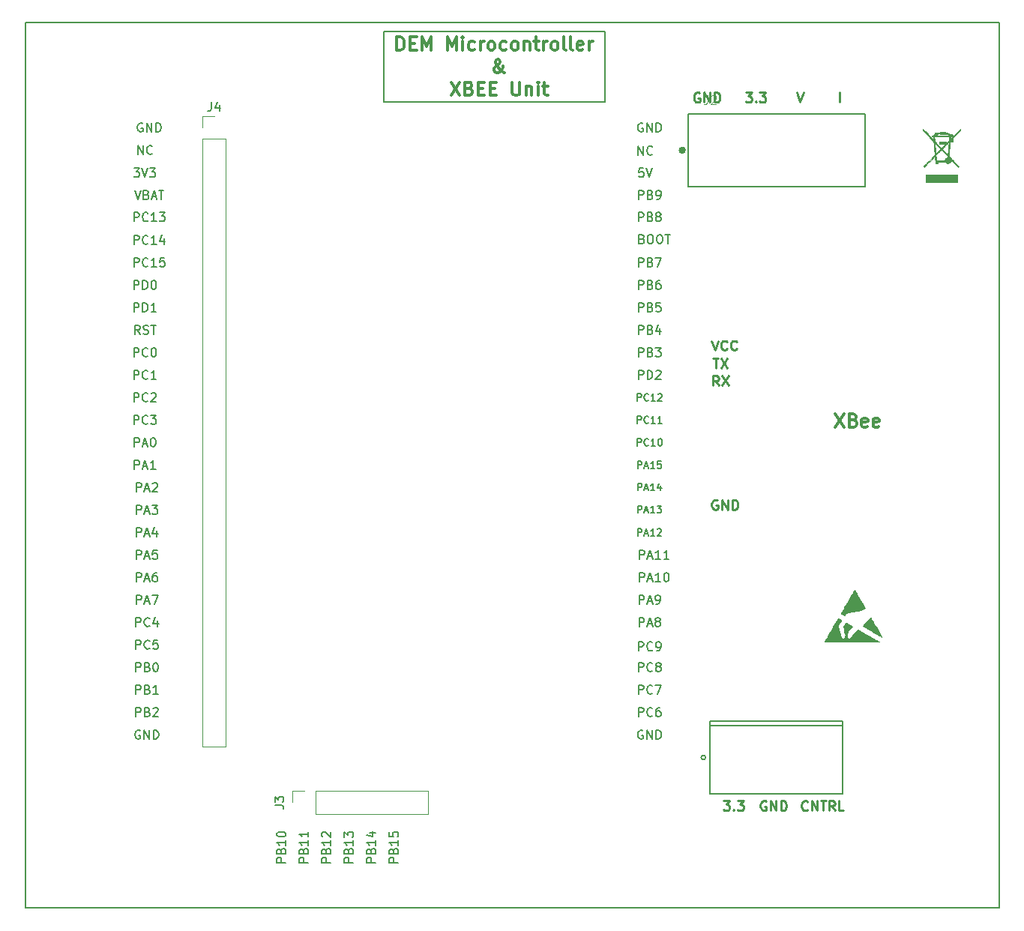
<source format=gbr>
%TF.GenerationSoftware,KiCad,Pcbnew,(5.0.1)-4*%
%TF.CreationDate,2019-03-02T14:56:48-06:00*%
%TF.ProjectId,uC and Xbee,754320616E6420586265652E6B696361,rev?*%
%TF.SameCoordinates,Original*%
%TF.FileFunction,Legend,Top*%
%TF.FilePolarity,Positive*%
%FSLAX46Y46*%
G04 Gerber Fmt 4.6, Leading zero omitted, Abs format (unit mm)*
G04 Created by KiCad (PCBNEW (5.0.1)-4) date 2019-03-02 2:56:48 PM*
%MOMM*%
%LPD*%
G01*
G04 APERTURE LIST*
%ADD10C,0.300000*%
%ADD11C,0.275000*%
%ADD12C,0.250000*%
%ADD13C,0.200000*%
%ADD14C,0.127000*%
%ADD15C,0.400000*%
%ADD16C,0.120000*%
%ADD17C,0.203200*%
%ADD18C,0.010000*%
%ADD19C,0.050000*%
%ADD20C,0.150000*%
G04 APERTURE END LIST*
D10*
X186964285Y-88178571D02*
X187964285Y-89678571D01*
X187964285Y-88178571D02*
X186964285Y-89678571D01*
X189035714Y-88892857D02*
X189250000Y-88964285D01*
X189321428Y-89035714D01*
X189392857Y-89178571D01*
X189392857Y-89392857D01*
X189321428Y-89535714D01*
X189250000Y-89607142D01*
X189107142Y-89678571D01*
X188535714Y-89678571D01*
X188535714Y-88178571D01*
X189035714Y-88178571D01*
X189178571Y-88250000D01*
X189250000Y-88321428D01*
X189321428Y-88464285D01*
X189321428Y-88607142D01*
X189250000Y-88750000D01*
X189178571Y-88821428D01*
X189035714Y-88892857D01*
X188535714Y-88892857D01*
X190607142Y-89607142D02*
X190464285Y-89678571D01*
X190178571Y-89678571D01*
X190035714Y-89607142D01*
X189964285Y-89464285D01*
X189964285Y-88892857D01*
X190035714Y-88750000D01*
X190178571Y-88678571D01*
X190464285Y-88678571D01*
X190607142Y-88750000D01*
X190678571Y-88892857D01*
X190678571Y-89035714D01*
X189964285Y-89178571D01*
X191892857Y-89607142D02*
X191750000Y-89678571D01*
X191464285Y-89678571D01*
X191321428Y-89607142D01*
X191250000Y-89464285D01*
X191250000Y-88892857D01*
X191321428Y-88750000D01*
X191464285Y-88678571D01*
X191750000Y-88678571D01*
X191892857Y-88750000D01*
X191964285Y-88892857D01*
X191964285Y-89035714D01*
X191250000Y-89178571D01*
D11*
X173661904Y-97950000D02*
X173557142Y-97897619D01*
X173400000Y-97897619D01*
X173242857Y-97950000D01*
X173138095Y-98054761D01*
X173085714Y-98159523D01*
X173033333Y-98369047D01*
X173033333Y-98526190D01*
X173085714Y-98735714D01*
X173138095Y-98840476D01*
X173242857Y-98945238D01*
X173400000Y-98997619D01*
X173504761Y-98997619D01*
X173661904Y-98945238D01*
X173714285Y-98892857D01*
X173714285Y-98526190D01*
X173504761Y-98526190D01*
X174185714Y-98997619D02*
X174185714Y-97897619D01*
X174814285Y-98997619D01*
X174814285Y-97897619D01*
X175338095Y-98997619D02*
X175338095Y-97897619D01*
X175600000Y-97897619D01*
X175757142Y-97950000D01*
X175861904Y-98054761D01*
X175914285Y-98159523D01*
X175966666Y-98369047D01*
X175966666Y-98526190D01*
X175914285Y-98735714D01*
X175861904Y-98840476D01*
X175757142Y-98945238D01*
X175600000Y-98997619D01*
X175338095Y-98997619D01*
D12*
X173033333Y-79952380D02*
X173400000Y-80952380D01*
X173766666Y-79952380D01*
X174761904Y-80857142D02*
X174709523Y-80904761D01*
X174552380Y-80952380D01*
X174447619Y-80952380D01*
X174290476Y-80904761D01*
X174185714Y-80809523D01*
X174133333Y-80714285D01*
X174080952Y-80523809D01*
X174080952Y-80380952D01*
X174133333Y-80190476D01*
X174185714Y-80095238D01*
X174290476Y-80000000D01*
X174447619Y-79952380D01*
X174552380Y-79952380D01*
X174709523Y-80000000D01*
X174761904Y-80047619D01*
X175861904Y-80857142D02*
X175809523Y-80904761D01*
X175652380Y-80952380D01*
X175547619Y-80952380D01*
X175390476Y-80904761D01*
X175285714Y-80809523D01*
X175233333Y-80714285D01*
X175180952Y-80523809D01*
X175180952Y-80380952D01*
X175233333Y-80190476D01*
X175285714Y-80095238D01*
X175390476Y-80000000D01*
X175547619Y-79952380D01*
X175652380Y-79952380D01*
X175809523Y-80000000D01*
X175861904Y-80047619D01*
D11*
X173816666Y-84997619D02*
X173450000Y-84473809D01*
X173188095Y-84997619D02*
X173188095Y-83897619D01*
X173607142Y-83897619D01*
X173711904Y-83950000D01*
X173764285Y-84002380D01*
X173816666Y-84107142D01*
X173816666Y-84264285D01*
X173764285Y-84369047D01*
X173711904Y-84421428D01*
X173607142Y-84473809D01*
X173188095Y-84473809D01*
X174183333Y-83897619D02*
X174916666Y-84997619D01*
X174916666Y-83897619D02*
X174183333Y-84997619D01*
X173161904Y-81897619D02*
X173790476Y-81897619D01*
X173476190Y-82997619D02*
X173476190Y-81897619D01*
X174052380Y-81897619D02*
X174785714Y-82997619D01*
X174785714Y-81897619D02*
X174052380Y-82997619D01*
D13*
X136000000Y-53000000D02*
X136000000Y-45000000D01*
X161000000Y-53000000D02*
X136000000Y-53000000D01*
X161000000Y-45000000D02*
X161000000Y-53000000D01*
X136000000Y-45000000D02*
X161000000Y-45000000D01*
D10*
X137464285Y-47128571D02*
X137464285Y-45628571D01*
X137821428Y-45628571D01*
X138035714Y-45700000D01*
X138178571Y-45842857D01*
X138250000Y-45985714D01*
X138321428Y-46271428D01*
X138321428Y-46485714D01*
X138250000Y-46771428D01*
X138178571Y-46914285D01*
X138035714Y-47057142D01*
X137821428Y-47128571D01*
X137464285Y-47128571D01*
X138964285Y-46342857D02*
X139464285Y-46342857D01*
X139678571Y-47128571D02*
X138964285Y-47128571D01*
X138964285Y-45628571D01*
X139678571Y-45628571D01*
X140321428Y-47128571D02*
X140321428Y-45628571D01*
X140821428Y-46700000D01*
X141321428Y-45628571D01*
X141321428Y-47128571D01*
X143178571Y-47128571D02*
X143178571Y-45628571D01*
X143678571Y-46700000D01*
X144178571Y-45628571D01*
X144178571Y-47128571D01*
X144892857Y-47128571D02*
X144892857Y-46128571D01*
X144892857Y-45628571D02*
X144821428Y-45700000D01*
X144892857Y-45771428D01*
X144964285Y-45700000D01*
X144892857Y-45628571D01*
X144892857Y-45771428D01*
X146250000Y-47057142D02*
X146107142Y-47128571D01*
X145821428Y-47128571D01*
X145678571Y-47057142D01*
X145607142Y-46985714D01*
X145535714Y-46842857D01*
X145535714Y-46414285D01*
X145607142Y-46271428D01*
X145678571Y-46200000D01*
X145821428Y-46128571D01*
X146107142Y-46128571D01*
X146250000Y-46200000D01*
X146892857Y-47128571D02*
X146892857Y-46128571D01*
X146892857Y-46414285D02*
X146964285Y-46271428D01*
X147035714Y-46200000D01*
X147178571Y-46128571D01*
X147321428Y-46128571D01*
X148035714Y-47128571D02*
X147892857Y-47057142D01*
X147821428Y-46985714D01*
X147750000Y-46842857D01*
X147750000Y-46414285D01*
X147821428Y-46271428D01*
X147892857Y-46200000D01*
X148035714Y-46128571D01*
X148250000Y-46128571D01*
X148392857Y-46200000D01*
X148464285Y-46271428D01*
X148535714Y-46414285D01*
X148535714Y-46842857D01*
X148464285Y-46985714D01*
X148392857Y-47057142D01*
X148250000Y-47128571D01*
X148035714Y-47128571D01*
X149821428Y-47057142D02*
X149678571Y-47128571D01*
X149392857Y-47128571D01*
X149250000Y-47057142D01*
X149178571Y-46985714D01*
X149107142Y-46842857D01*
X149107142Y-46414285D01*
X149178571Y-46271428D01*
X149250000Y-46200000D01*
X149392857Y-46128571D01*
X149678571Y-46128571D01*
X149821428Y-46200000D01*
X150678571Y-47128571D02*
X150535714Y-47057142D01*
X150464285Y-46985714D01*
X150392857Y-46842857D01*
X150392857Y-46414285D01*
X150464285Y-46271428D01*
X150535714Y-46200000D01*
X150678571Y-46128571D01*
X150892857Y-46128571D01*
X151035714Y-46200000D01*
X151107142Y-46271428D01*
X151178571Y-46414285D01*
X151178571Y-46842857D01*
X151107142Y-46985714D01*
X151035714Y-47057142D01*
X150892857Y-47128571D01*
X150678571Y-47128571D01*
X151821428Y-46128571D02*
X151821428Y-47128571D01*
X151821428Y-46271428D02*
X151892857Y-46200000D01*
X152035714Y-46128571D01*
X152250000Y-46128571D01*
X152392857Y-46200000D01*
X152464285Y-46342857D01*
X152464285Y-47128571D01*
X152964285Y-46128571D02*
X153535714Y-46128571D01*
X153178571Y-45628571D02*
X153178571Y-46914285D01*
X153250000Y-47057142D01*
X153392857Y-47128571D01*
X153535714Y-47128571D01*
X154035714Y-47128571D02*
X154035714Y-46128571D01*
X154035714Y-46414285D02*
X154107142Y-46271428D01*
X154178571Y-46200000D01*
X154321428Y-46128571D01*
X154464285Y-46128571D01*
X155178571Y-47128571D02*
X155035714Y-47057142D01*
X154964285Y-46985714D01*
X154892857Y-46842857D01*
X154892857Y-46414285D01*
X154964285Y-46271428D01*
X155035714Y-46200000D01*
X155178571Y-46128571D01*
X155392857Y-46128571D01*
X155535714Y-46200000D01*
X155607142Y-46271428D01*
X155678571Y-46414285D01*
X155678571Y-46842857D01*
X155607142Y-46985714D01*
X155535714Y-47057142D01*
X155392857Y-47128571D01*
X155178571Y-47128571D01*
X156535714Y-47128571D02*
X156392857Y-47057142D01*
X156321428Y-46914285D01*
X156321428Y-45628571D01*
X157321428Y-47128571D02*
X157178571Y-47057142D01*
X157107142Y-46914285D01*
X157107142Y-45628571D01*
X158464285Y-47057142D02*
X158321428Y-47128571D01*
X158035714Y-47128571D01*
X157892857Y-47057142D01*
X157821428Y-46914285D01*
X157821428Y-46342857D01*
X157892857Y-46200000D01*
X158035714Y-46128571D01*
X158321428Y-46128571D01*
X158464285Y-46200000D01*
X158535714Y-46342857D01*
X158535714Y-46485714D01*
X157821428Y-46628571D01*
X159178571Y-47128571D02*
X159178571Y-46128571D01*
X159178571Y-46414285D02*
X159250000Y-46271428D01*
X159321428Y-46200000D01*
X159464285Y-46128571D01*
X159607142Y-46128571D01*
X149642857Y-49678571D02*
X149571428Y-49678571D01*
X149428571Y-49607142D01*
X149214285Y-49392857D01*
X148857142Y-48964285D01*
X148714285Y-48750000D01*
X148642857Y-48535714D01*
X148642857Y-48392857D01*
X148714285Y-48250000D01*
X148857142Y-48178571D01*
X148928571Y-48178571D01*
X149071428Y-48250000D01*
X149142857Y-48392857D01*
X149142857Y-48464285D01*
X149071428Y-48607142D01*
X149000000Y-48678571D01*
X148571428Y-48964285D01*
X148500000Y-49035714D01*
X148428571Y-49178571D01*
X148428571Y-49392857D01*
X148500000Y-49535714D01*
X148571428Y-49607142D01*
X148714285Y-49678571D01*
X148928571Y-49678571D01*
X149071428Y-49607142D01*
X149142857Y-49535714D01*
X149357142Y-49250000D01*
X149428571Y-49035714D01*
X149428571Y-48892857D01*
X143571428Y-50728571D02*
X144571428Y-52228571D01*
X144571428Y-50728571D02*
X143571428Y-52228571D01*
X145642857Y-51442857D02*
X145857142Y-51514285D01*
X145928571Y-51585714D01*
X146000000Y-51728571D01*
X146000000Y-51942857D01*
X145928571Y-52085714D01*
X145857142Y-52157142D01*
X145714285Y-52228571D01*
X145142857Y-52228571D01*
X145142857Y-50728571D01*
X145642857Y-50728571D01*
X145785714Y-50800000D01*
X145857142Y-50871428D01*
X145928571Y-51014285D01*
X145928571Y-51157142D01*
X145857142Y-51300000D01*
X145785714Y-51371428D01*
X145642857Y-51442857D01*
X145142857Y-51442857D01*
X146642857Y-51442857D02*
X147142857Y-51442857D01*
X147357142Y-52228571D02*
X146642857Y-52228571D01*
X146642857Y-50728571D01*
X147357142Y-50728571D01*
X148000000Y-51442857D02*
X148500000Y-51442857D01*
X148714285Y-52228571D02*
X148000000Y-52228571D01*
X148000000Y-50728571D01*
X148714285Y-50728571D01*
X150500000Y-50728571D02*
X150500000Y-51942857D01*
X150571428Y-52085714D01*
X150642857Y-52157142D01*
X150785714Y-52228571D01*
X151071428Y-52228571D01*
X151214285Y-52157142D01*
X151285714Y-52085714D01*
X151357142Y-51942857D01*
X151357142Y-50728571D01*
X152071428Y-51228571D02*
X152071428Y-52228571D01*
X152071428Y-51371428D02*
X152142857Y-51300000D01*
X152285714Y-51228571D01*
X152500000Y-51228571D01*
X152642857Y-51300000D01*
X152714285Y-51442857D01*
X152714285Y-52228571D01*
X153428571Y-52228571D02*
X153428571Y-51228571D01*
X153428571Y-50728571D02*
X153357142Y-50800000D01*
X153428571Y-50871428D01*
X153500000Y-50800000D01*
X153428571Y-50728571D01*
X153428571Y-50871428D01*
X153928571Y-51228571D02*
X154500000Y-51228571D01*
X154142857Y-50728571D02*
X154142857Y-52014285D01*
X154214285Y-52157142D01*
X154357142Y-52228571D01*
X154500000Y-52228571D01*
D13*
X164857142Y-104592380D02*
X164857142Y-103592380D01*
X165238095Y-103592380D01*
X165333333Y-103640000D01*
X165380952Y-103687619D01*
X165428571Y-103782857D01*
X165428571Y-103925714D01*
X165380952Y-104020952D01*
X165333333Y-104068571D01*
X165238095Y-104116190D01*
X164857142Y-104116190D01*
X165809523Y-104306666D02*
X166285714Y-104306666D01*
X165714285Y-104592380D02*
X166047619Y-103592380D01*
X166380952Y-104592380D01*
X167238095Y-104592380D02*
X166666666Y-104592380D01*
X166952380Y-104592380D02*
X166952380Y-103592380D01*
X166857142Y-103735238D01*
X166761904Y-103830476D01*
X166666666Y-103878095D01*
X168190476Y-104592380D02*
X167619047Y-104592380D01*
X167904761Y-104592380D02*
X167904761Y-103592380D01*
X167809523Y-103735238D01*
X167714285Y-103830476D01*
X167619047Y-103878095D01*
X137612380Y-138874285D02*
X136612380Y-138874285D01*
X136612380Y-138493333D01*
X136660000Y-138398095D01*
X136707619Y-138350476D01*
X136802857Y-138302857D01*
X136945714Y-138302857D01*
X137040952Y-138350476D01*
X137088571Y-138398095D01*
X137136190Y-138493333D01*
X137136190Y-138874285D01*
X137088571Y-137540952D02*
X137136190Y-137398095D01*
X137183809Y-137350476D01*
X137279047Y-137302857D01*
X137421904Y-137302857D01*
X137517142Y-137350476D01*
X137564761Y-137398095D01*
X137612380Y-137493333D01*
X137612380Y-137874285D01*
X136612380Y-137874285D01*
X136612380Y-137540952D01*
X136660000Y-137445714D01*
X136707619Y-137398095D01*
X136802857Y-137350476D01*
X136898095Y-137350476D01*
X136993333Y-137398095D01*
X137040952Y-137445714D01*
X137088571Y-137540952D01*
X137088571Y-137874285D01*
X137612380Y-136350476D02*
X137612380Y-136921904D01*
X137612380Y-136636190D02*
X136612380Y-136636190D01*
X136755238Y-136731428D01*
X136850476Y-136826666D01*
X136898095Y-136921904D01*
X136612380Y-135445714D02*
X136612380Y-135921904D01*
X137088571Y-135969523D01*
X137040952Y-135921904D01*
X136993333Y-135826666D01*
X136993333Y-135588571D01*
X137040952Y-135493333D01*
X137088571Y-135445714D01*
X137183809Y-135398095D01*
X137421904Y-135398095D01*
X137517142Y-135445714D01*
X137564761Y-135493333D01*
X137612380Y-135588571D01*
X137612380Y-135826666D01*
X137564761Y-135921904D01*
X137517142Y-135969523D01*
X124912380Y-138874285D02*
X123912380Y-138874285D01*
X123912380Y-138493333D01*
X123960000Y-138398095D01*
X124007619Y-138350476D01*
X124102857Y-138302857D01*
X124245714Y-138302857D01*
X124340952Y-138350476D01*
X124388571Y-138398095D01*
X124436190Y-138493333D01*
X124436190Y-138874285D01*
X124388571Y-137540952D02*
X124436190Y-137398095D01*
X124483809Y-137350476D01*
X124579047Y-137302857D01*
X124721904Y-137302857D01*
X124817142Y-137350476D01*
X124864761Y-137398095D01*
X124912380Y-137493333D01*
X124912380Y-137874285D01*
X123912380Y-137874285D01*
X123912380Y-137540952D01*
X123960000Y-137445714D01*
X124007619Y-137398095D01*
X124102857Y-137350476D01*
X124198095Y-137350476D01*
X124293333Y-137398095D01*
X124340952Y-137445714D01*
X124388571Y-137540952D01*
X124388571Y-137874285D01*
X124912380Y-136350476D02*
X124912380Y-136921904D01*
X124912380Y-136636190D02*
X123912380Y-136636190D01*
X124055238Y-136731428D01*
X124150476Y-136826666D01*
X124198095Y-136921904D01*
X123912380Y-135731428D02*
X123912380Y-135636190D01*
X123960000Y-135540952D01*
X124007619Y-135493333D01*
X124102857Y-135445714D01*
X124293333Y-135398095D01*
X124531428Y-135398095D01*
X124721904Y-135445714D01*
X124817142Y-135493333D01*
X124864761Y-135540952D01*
X124912380Y-135636190D01*
X124912380Y-135731428D01*
X124864761Y-135826666D01*
X124817142Y-135874285D01*
X124721904Y-135921904D01*
X124531428Y-135969523D01*
X124293333Y-135969523D01*
X124102857Y-135921904D01*
X124007619Y-135874285D01*
X123960000Y-135826666D01*
X123912380Y-135731428D01*
X127452380Y-138874285D02*
X126452380Y-138874285D01*
X126452380Y-138493333D01*
X126500000Y-138398095D01*
X126547619Y-138350476D01*
X126642857Y-138302857D01*
X126785714Y-138302857D01*
X126880952Y-138350476D01*
X126928571Y-138398095D01*
X126976190Y-138493333D01*
X126976190Y-138874285D01*
X126928571Y-137540952D02*
X126976190Y-137398095D01*
X127023809Y-137350476D01*
X127119047Y-137302857D01*
X127261904Y-137302857D01*
X127357142Y-137350476D01*
X127404761Y-137398095D01*
X127452380Y-137493333D01*
X127452380Y-137874285D01*
X126452380Y-137874285D01*
X126452380Y-137540952D01*
X126500000Y-137445714D01*
X126547619Y-137398095D01*
X126642857Y-137350476D01*
X126738095Y-137350476D01*
X126833333Y-137398095D01*
X126880952Y-137445714D01*
X126928571Y-137540952D01*
X126928571Y-137874285D01*
X127452380Y-136350476D02*
X127452380Y-136921904D01*
X127452380Y-136636190D02*
X126452380Y-136636190D01*
X126595238Y-136731428D01*
X126690476Y-136826666D01*
X126738095Y-136921904D01*
X127452380Y-135398095D02*
X127452380Y-135969523D01*
X127452380Y-135683809D02*
X126452380Y-135683809D01*
X126595238Y-135779047D01*
X126690476Y-135874285D01*
X126738095Y-135969523D01*
X135072380Y-138874285D02*
X134072380Y-138874285D01*
X134072380Y-138493333D01*
X134120000Y-138398095D01*
X134167619Y-138350476D01*
X134262857Y-138302857D01*
X134405714Y-138302857D01*
X134500952Y-138350476D01*
X134548571Y-138398095D01*
X134596190Y-138493333D01*
X134596190Y-138874285D01*
X134548571Y-137540952D02*
X134596190Y-137398095D01*
X134643809Y-137350476D01*
X134739047Y-137302857D01*
X134881904Y-137302857D01*
X134977142Y-137350476D01*
X135024761Y-137398095D01*
X135072380Y-137493333D01*
X135072380Y-137874285D01*
X134072380Y-137874285D01*
X134072380Y-137540952D01*
X134120000Y-137445714D01*
X134167619Y-137398095D01*
X134262857Y-137350476D01*
X134358095Y-137350476D01*
X134453333Y-137398095D01*
X134500952Y-137445714D01*
X134548571Y-137540952D01*
X134548571Y-137874285D01*
X135072380Y-136350476D02*
X135072380Y-136921904D01*
X135072380Y-136636190D02*
X134072380Y-136636190D01*
X134215238Y-136731428D01*
X134310476Y-136826666D01*
X134358095Y-136921904D01*
X134405714Y-135493333D02*
X135072380Y-135493333D01*
X134024761Y-135731428D02*
X134739047Y-135969523D01*
X134739047Y-135350476D01*
X129992380Y-138874285D02*
X128992380Y-138874285D01*
X128992380Y-138493333D01*
X129040000Y-138398095D01*
X129087619Y-138350476D01*
X129182857Y-138302857D01*
X129325714Y-138302857D01*
X129420952Y-138350476D01*
X129468571Y-138398095D01*
X129516190Y-138493333D01*
X129516190Y-138874285D01*
X129468571Y-137540952D02*
X129516190Y-137398095D01*
X129563809Y-137350476D01*
X129659047Y-137302857D01*
X129801904Y-137302857D01*
X129897142Y-137350476D01*
X129944761Y-137398095D01*
X129992380Y-137493333D01*
X129992380Y-137874285D01*
X128992380Y-137874285D01*
X128992380Y-137540952D01*
X129040000Y-137445714D01*
X129087619Y-137398095D01*
X129182857Y-137350476D01*
X129278095Y-137350476D01*
X129373333Y-137398095D01*
X129420952Y-137445714D01*
X129468571Y-137540952D01*
X129468571Y-137874285D01*
X129992380Y-136350476D02*
X129992380Y-136921904D01*
X129992380Y-136636190D02*
X128992380Y-136636190D01*
X129135238Y-136731428D01*
X129230476Y-136826666D01*
X129278095Y-136921904D01*
X129087619Y-135969523D02*
X129040000Y-135921904D01*
X128992380Y-135826666D01*
X128992380Y-135588571D01*
X129040000Y-135493333D01*
X129087619Y-135445714D01*
X129182857Y-135398095D01*
X129278095Y-135398095D01*
X129420952Y-135445714D01*
X129992380Y-136017142D01*
X129992380Y-135398095D01*
X132532380Y-138874285D02*
X131532380Y-138874285D01*
X131532380Y-138493333D01*
X131580000Y-138398095D01*
X131627619Y-138350476D01*
X131722857Y-138302857D01*
X131865714Y-138302857D01*
X131960952Y-138350476D01*
X132008571Y-138398095D01*
X132056190Y-138493333D01*
X132056190Y-138874285D01*
X132008571Y-137540952D02*
X132056190Y-137398095D01*
X132103809Y-137350476D01*
X132199047Y-137302857D01*
X132341904Y-137302857D01*
X132437142Y-137350476D01*
X132484761Y-137398095D01*
X132532380Y-137493333D01*
X132532380Y-137874285D01*
X131532380Y-137874285D01*
X131532380Y-137540952D01*
X131580000Y-137445714D01*
X131627619Y-137398095D01*
X131722857Y-137350476D01*
X131818095Y-137350476D01*
X131913333Y-137398095D01*
X131960952Y-137445714D01*
X132008571Y-137540952D01*
X132008571Y-137874285D01*
X132532380Y-136350476D02*
X132532380Y-136921904D01*
X132532380Y-136636190D02*
X131532380Y-136636190D01*
X131675238Y-136731428D01*
X131770476Y-136826666D01*
X131818095Y-136921904D01*
X131532380Y-136017142D02*
X131532380Y-135398095D01*
X131913333Y-135731428D01*
X131913333Y-135588571D01*
X131960952Y-135493333D01*
X132008571Y-135445714D01*
X132103809Y-135398095D01*
X132341904Y-135398095D01*
X132437142Y-135445714D01*
X132484761Y-135493333D01*
X132532380Y-135588571D01*
X132532380Y-135874285D01*
X132484761Y-135969523D01*
X132437142Y-136017142D01*
X108458095Y-123960000D02*
X108362857Y-123912380D01*
X108220000Y-123912380D01*
X108077142Y-123960000D01*
X107981904Y-124055238D01*
X107934285Y-124150476D01*
X107886666Y-124340952D01*
X107886666Y-124483809D01*
X107934285Y-124674285D01*
X107981904Y-124769523D01*
X108077142Y-124864761D01*
X108220000Y-124912380D01*
X108315238Y-124912380D01*
X108458095Y-124864761D01*
X108505714Y-124817142D01*
X108505714Y-124483809D01*
X108315238Y-124483809D01*
X108934285Y-124912380D02*
X108934285Y-123912380D01*
X109505714Y-124912380D01*
X109505714Y-123912380D01*
X109981904Y-124912380D02*
X109981904Y-123912380D01*
X110220000Y-123912380D01*
X110362857Y-123960000D01*
X110458095Y-124055238D01*
X110505714Y-124150476D01*
X110553333Y-124340952D01*
X110553333Y-124483809D01*
X110505714Y-124674285D01*
X110458095Y-124769523D01*
X110362857Y-124864761D01*
X110220000Y-124912380D01*
X109981904Y-124912380D01*
X108053333Y-99512380D02*
X108053333Y-98512380D01*
X108434285Y-98512380D01*
X108529523Y-98560000D01*
X108577142Y-98607619D01*
X108624761Y-98702857D01*
X108624761Y-98845714D01*
X108577142Y-98940952D01*
X108529523Y-98988571D01*
X108434285Y-99036190D01*
X108053333Y-99036190D01*
X109005714Y-99226666D02*
X109481904Y-99226666D01*
X108910476Y-99512380D02*
X109243809Y-98512380D01*
X109577142Y-99512380D01*
X109815238Y-98512380D02*
X110434285Y-98512380D01*
X110100952Y-98893333D01*
X110243809Y-98893333D01*
X110339047Y-98940952D01*
X110386666Y-98988571D01*
X110434285Y-99083809D01*
X110434285Y-99321904D01*
X110386666Y-99417142D01*
X110339047Y-99464761D01*
X110243809Y-99512380D01*
X109958095Y-99512380D01*
X109862857Y-99464761D01*
X109815238Y-99417142D01*
X107761904Y-89352380D02*
X107761904Y-88352380D01*
X108142857Y-88352380D01*
X108238095Y-88400000D01*
X108285714Y-88447619D01*
X108333333Y-88542857D01*
X108333333Y-88685714D01*
X108285714Y-88780952D01*
X108238095Y-88828571D01*
X108142857Y-88876190D01*
X107761904Y-88876190D01*
X109333333Y-89257142D02*
X109285714Y-89304761D01*
X109142857Y-89352380D01*
X109047619Y-89352380D01*
X108904761Y-89304761D01*
X108809523Y-89209523D01*
X108761904Y-89114285D01*
X108714285Y-88923809D01*
X108714285Y-88780952D01*
X108761904Y-88590476D01*
X108809523Y-88495238D01*
X108904761Y-88400000D01*
X109047619Y-88352380D01*
X109142857Y-88352380D01*
X109285714Y-88400000D01*
X109333333Y-88447619D01*
X109666666Y-88352380D02*
X110285714Y-88352380D01*
X109952380Y-88733333D01*
X110095238Y-88733333D01*
X110190476Y-88780952D01*
X110238095Y-88828571D01*
X110285714Y-88923809D01*
X110285714Y-89161904D01*
X110238095Y-89257142D01*
X110190476Y-89304761D01*
X110095238Y-89352380D01*
X109809523Y-89352380D01*
X109714285Y-89304761D01*
X109666666Y-89257142D01*
X107981904Y-114752380D02*
X107981904Y-113752380D01*
X108362857Y-113752380D01*
X108458095Y-113800000D01*
X108505714Y-113847619D01*
X108553333Y-113942857D01*
X108553333Y-114085714D01*
X108505714Y-114180952D01*
X108458095Y-114228571D01*
X108362857Y-114276190D01*
X107981904Y-114276190D01*
X109553333Y-114657142D02*
X109505714Y-114704761D01*
X109362857Y-114752380D01*
X109267619Y-114752380D01*
X109124761Y-114704761D01*
X109029523Y-114609523D01*
X108981904Y-114514285D01*
X108934285Y-114323809D01*
X108934285Y-114180952D01*
X108981904Y-113990476D01*
X109029523Y-113895238D01*
X109124761Y-113800000D01*
X109267619Y-113752380D01*
X109362857Y-113752380D01*
X109505714Y-113800000D01*
X109553333Y-113847619D01*
X110458095Y-113752380D02*
X109981904Y-113752380D01*
X109934285Y-114228571D01*
X109981904Y-114180952D01*
X110077142Y-114133333D01*
X110315238Y-114133333D01*
X110410476Y-114180952D01*
X110458095Y-114228571D01*
X110505714Y-114323809D01*
X110505714Y-114561904D01*
X110458095Y-114657142D01*
X110410476Y-114704761D01*
X110315238Y-114752380D01*
X110077142Y-114752380D01*
X109981904Y-114704761D01*
X109934285Y-114657142D01*
X107981904Y-117292380D02*
X107981904Y-116292380D01*
X108362857Y-116292380D01*
X108458095Y-116340000D01*
X108505714Y-116387619D01*
X108553333Y-116482857D01*
X108553333Y-116625714D01*
X108505714Y-116720952D01*
X108458095Y-116768571D01*
X108362857Y-116816190D01*
X107981904Y-116816190D01*
X109315238Y-116768571D02*
X109458095Y-116816190D01*
X109505714Y-116863809D01*
X109553333Y-116959047D01*
X109553333Y-117101904D01*
X109505714Y-117197142D01*
X109458095Y-117244761D01*
X109362857Y-117292380D01*
X108981904Y-117292380D01*
X108981904Y-116292380D01*
X109315238Y-116292380D01*
X109410476Y-116340000D01*
X109458095Y-116387619D01*
X109505714Y-116482857D01*
X109505714Y-116578095D01*
X109458095Y-116673333D01*
X109410476Y-116720952D01*
X109315238Y-116768571D01*
X108981904Y-116768571D01*
X110172380Y-116292380D02*
X110267619Y-116292380D01*
X110362857Y-116340000D01*
X110410476Y-116387619D01*
X110458095Y-116482857D01*
X110505714Y-116673333D01*
X110505714Y-116911428D01*
X110458095Y-117101904D01*
X110410476Y-117197142D01*
X110362857Y-117244761D01*
X110267619Y-117292380D01*
X110172380Y-117292380D01*
X110077142Y-117244761D01*
X110029523Y-117197142D01*
X109981904Y-117101904D01*
X109934285Y-116911428D01*
X109934285Y-116673333D01*
X109981904Y-116482857D01*
X110029523Y-116387619D01*
X110077142Y-116340000D01*
X110172380Y-116292380D01*
X108053333Y-104592380D02*
X108053333Y-103592380D01*
X108434285Y-103592380D01*
X108529523Y-103640000D01*
X108577142Y-103687619D01*
X108624761Y-103782857D01*
X108624761Y-103925714D01*
X108577142Y-104020952D01*
X108529523Y-104068571D01*
X108434285Y-104116190D01*
X108053333Y-104116190D01*
X109005714Y-104306666D02*
X109481904Y-104306666D01*
X108910476Y-104592380D02*
X109243809Y-103592380D01*
X109577142Y-104592380D01*
X110386666Y-103592380D02*
X109910476Y-103592380D01*
X109862857Y-104068571D01*
X109910476Y-104020952D01*
X110005714Y-103973333D01*
X110243809Y-103973333D01*
X110339047Y-104020952D01*
X110386666Y-104068571D01*
X110434285Y-104163809D01*
X110434285Y-104401904D01*
X110386666Y-104497142D01*
X110339047Y-104544761D01*
X110243809Y-104592380D01*
X110005714Y-104592380D01*
X109910476Y-104544761D01*
X109862857Y-104497142D01*
X107981904Y-122372380D02*
X107981904Y-121372380D01*
X108362857Y-121372380D01*
X108458095Y-121420000D01*
X108505714Y-121467619D01*
X108553333Y-121562857D01*
X108553333Y-121705714D01*
X108505714Y-121800952D01*
X108458095Y-121848571D01*
X108362857Y-121896190D01*
X107981904Y-121896190D01*
X109315238Y-121848571D02*
X109458095Y-121896190D01*
X109505714Y-121943809D01*
X109553333Y-122039047D01*
X109553333Y-122181904D01*
X109505714Y-122277142D01*
X109458095Y-122324761D01*
X109362857Y-122372380D01*
X108981904Y-122372380D01*
X108981904Y-121372380D01*
X109315238Y-121372380D01*
X109410476Y-121420000D01*
X109458095Y-121467619D01*
X109505714Y-121562857D01*
X109505714Y-121658095D01*
X109458095Y-121753333D01*
X109410476Y-121800952D01*
X109315238Y-121848571D01*
X108981904Y-121848571D01*
X109934285Y-121467619D02*
X109981904Y-121420000D01*
X110077142Y-121372380D01*
X110315238Y-121372380D01*
X110410476Y-121420000D01*
X110458095Y-121467619D01*
X110505714Y-121562857D01*
X110505714Y-121658095D01*
X110458095Y-121800952D01*
X109886666Y-122372380D01*
X110505714Y-122372380D01*
X108053333Y-109672380D02*
X108053333Y-108672380D01*
X108434285Y-108672380D01*
X108529523Y-108720000D01*
X108577142Y-108767619D01*
X108624761Y-108862857D01*
X108624761Y-109005714D01*
X108577142Y-109100952D01*
X108529523Y-109148571D01*
X108434285Y-109196190D01*
X108053333Y-109196190D01*
X109005714Y-109386666D02*
X109481904Y-109386666D01*
X108910476Y-109672380D02*
X109243809Y-108672380D01*
X109577142Y-109672380D01*
X109815238Y-108672380D02*
X110481904Y-108672380D01*
X110053333Y-109672380D01*
X108053333Y-107132380D02*
X108053333Y-106132380D01*
X108434285Y-106132380D01*
X108529523Y-106180000D01*
X108577142Y-106227619D01*
X108624761Y-106322857D01*
X108624761Y-106465714D01*
X108577142Y-106560952D01*
X108529523Y-106608571D01*
X108434285Y-106656190D01*
X108053333Y-106656190D01*
X109005714Y-106846666D02*
X109481904Y-106846666D01*
X108910476Y-107132380D02*
X109243809Y-106132380D01*
X109577142Y-107132380D01*
X110339047Y-106132380D02*
X110148571Y-106132380D01*
X110053333Y-106180000D01*
X110005714Y-106227619D01*
X109910476Y-106370476D01*
X109862857Y-106560952D01*
X109862857Y-106941904D01*
X109910476Y-107037142D01*
X109958095Y-107084761D01*
X110053333Y-107132380D01*
X110243809Y-107132380D01*
X110339047Y-107084761D01*
X110386666Y-107037142D01*
X110434285Y-106941904D01*
X110434285Y-106703809D01*
X110386666Y-106608571D01*
X110339047Y-106560952D01*
X110243809Y-106513333D01*
X110053333Y-106513333D01*
X109958095Y-106560952D01*
X109910476Y-106608571D01*
X109862857Y-106703809D01*
X108053333Y-102052380D02*
X108053333Y-101052380D01*
X108434285Y-101052380D01*
X108529523Y-101100000D01*
X108577142Y-101147619D01*
X108624761Y-101242857D01*
X108624761Y-101385714D01*
X108577142Y-101480952D01*
X108529523Y-101528571D01*
X108434285Y-101576190D01*
X108053333Y-101576190D01*
X109005714Y-101766666D02*
X109481904Y-101766666D01*
X108910476Y-102052380D02*
X109243809Y-101052380D01*
X109577142Y-102052380D01*
X110339047Y-101385714D02*
X110339047Y-102052380D01*
X110100952Y-101004761D02*
X109862857Y-101719047D01*
X110481904Y-101719047D01*
X108053333Y-96972380D02*
X108053333Y-95972380D01*
X108434285Y-95972380D01*
X108529523Y-96020000D01*
X108577142Y-96067619D01*
X108624761Y-96162857D01*
X108624761Y-96305714D01*
X108577142Y-96400952D01*
X108529523Y-96448571D01*
X108434285Y-96496190D01*
X108053333Y-96496190D01*
X109005714Y-96686666D02*
X109481904Y-96686666D01*
X108910476Y-96972380D02*
X109243809Y-95972380D01*
X109577142Y-96972380D01*
X109862857Y-96067619D02*
X109910476Y-96020000D01*
X110005714Y-95972380D01*
X110243809Y-95972380D01*
X110339047Y-96020000D01*
X110386666Y-96067619D01*
X110434285Y-96162857D01*
X110434285Y-96258095D01*
X110386666Y-96400952D01*
X109815238Y-96972380D01*
X110434285Y-96972380D01*
X107761904Y-76652380D02*
X107761904Y-75652380D01*
X108142857Y-75652380D01*
X108238095Y-75700000D01*
X108285714Y-75747619D01*
X108333333Y-75842857D01*
X108333333Y-75985714D01*
X108285714Y-76080952D01*
X108238095Y-76128571D01*
X108142857Y-76176190D01*
X107761904Y-76176190D01*
X108761904Y-76652380D02*
X108761904Y-75652380D01*
X109000000Y-75652380D01*
X109142857Y-75700000D01*
X109238095Y-75795238D01*
X109285714Y-75890476D01*
X109333333Y-76080952D01*
X109333333Y-76223809D01*
X109285714Y-76414285D01*
X109238095Y-76509523D01*
X109142857Y-76604761D01*
X109000000Y-76652380D01*
X108761904Y-76652380D01*
X110285714Y-76652380D02*
X109714285Y-76652380D01*
X110000000Y-76652380D02*
X110000000Y-75652380D01*
X109904761Y-75795238D01*
X109809523Y-75890476D01*
X109714285Y-75938095D01*
X107981904Y-112212380D02*
X107981904Y-111212380D01*
X108362857Y-111212380D01*
X108458095Y-111260000D01*
X108505714Y-111307619D01*
X108553333Y-111402857D01*
X108553333Y-111545714D01*
X108505714Y-111640952D01*
X108458095Y-111688571D01*
X108362857Y-111736190D01*
X107981904Y-111736190D01*
X109553333Y-112117142D02*
X109505714Y-112164761D01*
X109362857Y-112212380D01*
X109267619Y-112212380D01*
X109124761Y-112164761D01*
X109029523Y-112069523D01*
X108981904Y-111974285D01*
X108934285Y-111783809D01*
X108934285Y-111640952D01*
X108981904Y-111450476D01*
X109029523Y-111355238D01*
X109124761Y-111260000D01*
X109267619Y-111212380D01*
X109362857Y-111212380D01*
X109505714Y-111260000D01*
X109553333Y-111307619D01*
X110410476Y-111545714D02*
X110410476Y-112212380D01*
X110172380Y-111164761D02*
X109934285Y-111879047D01*
X110553333Y-111879047D01*
X107761904Y-84272380D02*
X107761904Y-83272380D01*
X108142857Y-83272380D01*
X108238095Y-83320000D01*
X108285714Y-83367619D01*
X108333333Y-83462857D01*
X108333333Y-83605714D01*
X108285714Y-83700952D01*
X108238095Y-83748571D01*
X108142857Y-83796190D01*
X107761904Y-83796190D01*
X109333333Y-84177142D02*
X109285714Y-84224761D01*
X109142857Y-84272380D01*
X109047619Y-84272380D01*
X108904761Y-84224761D01*
X108809523Y-84129523D01*
X108761904Y-84034285D01*
X108714285Y-83843809D01*
X108714285Y-83700952D01*
X108761904Y-83510476D01*
X108809523Y-83415238D01*
X108904761Y-83320000D01*
X109047619Y-83272380D01*
X109142857Y-83272380D01*
X109285714Y-83320000D01*
X109333333Y-83367619D01*
X110285714Y-84272380D02*
X109714285Y-84272380D01*
X110000000Y-84272380D02*
X110000000Y-83272380D01*
X109904761Y-83415238D01*
X109809523Y-83510476D01*
X109714285Y-83558095D01*
X107981904Y-119832380D02*
X107981904Y-118832380D01*
X108362857Y-118832380D01*
X108458095Y-118880000D01*
X108505714Y-118927619D01*
X108553333Y-119022857D01*
X108553333Y-119165714D01*
X108505714Y-119260952D01*
X108458095Y-119308571D01*
X108362857Y-119356190D01*
X107981904Y-119356190D01*
X109315238Y-119308571D02*
X109458095Y-119356190D01*
X109505714Y-119403809D01*
X109553333Y-119499047D01*
X109553333Y-119641904D01*
X109505714Y-119737142D01*
X109458095Y-119784761D01*
X109362857Y-119832380D01*
X108981904Y-119832380D01*
X108981904Y-118832380D01*
X109315238Y-118832380D01*
X109410476Y-118880000D01*
X109458095Y-118927619D01*
X109505714Y-119022857D01*
X109505714Y-119118095D01*
X109458095Y-119213333D01*
X109410476Y-119260952D01*
X109315238Y-119308571D01*
X108981904Y-119308571D01*
X110505714Y-119832380D02*
X109934285Y-119832380D01*
X110220000Y-119832380D02*
X110220000Y-118832380D01*
X110124761Y-118975238D01*
X110029523Y-119070476D01*
X109934285Y-119118095D01*
X107761904Y-81732380D02*
X107761904Y-80732380D01*
X108142857Y-80732380D01*
X108238095Y-80780000D01*
X108285714Y-80827619D01*
X108333333Y-80922857D01*
X108333333Y-81065714D01*
X108285714Y-81160952D01*
X108238095Y-81208571D01*
X108142857Y-81256190D01*
X107761904Y-81256190D01*
X109333333Y-81637142D02*
X109285714Y-81684761D01*
X109142857Y-81732380D01*
X109047619Y-81732380D01*
X108904761Y-81684761D01*
X108809523Y-81589523D01*
X108761904Y-81494285D01*
X108714285Y-81303809D01*
X108714285Y-81160952D01*
X108761904Y-80970476D01*
X108809523Y-80875238D01*
X108904761Y-80780000D01*
X109047619Y-80732380D01*
X109142857Y-80732380D01*
X109285714Y-80780000D01*
X109333333Y-80827619D01*
X109952380Y-80732380D02*
X110047619Y-80732380D01*
X110142857Y-80780000D01*
X110190476Y-80827619D01*
X110238095Y-80922857D01*
X110285714Y-81113333D01*
X110285714Y-81351428D01*
X110238095Y-81541904D01*
X110190476Y-81637142D01*
X110142857Y-81684761D01*
X110047619Y-81732380D01*
X109952380Y-81732380D01*
X109857142Y-81684761D01*
X109809523Y-81637142D01*
X109761904Y-81541904D01*
X109714285Y-81351428D01*
X109714285Y-81113333D01*
X109761904Y-80922857D01*
X109809523Y-80827619D01*
X109857142Y-80780000D01*
X109952380Y-80732380D01*
X107833333Y-91892380D02*
X107833333Y-90892380D01*
X108214285Y-90892380D01*
X108309523Y-90940000D01*
X108357142Y-90987619D01*
X108404761Y-91082857D01*
X108404761Y-91225714D01*
X108357142Y-91320952D01*
X108309523Y-91368571D01*
X108214285Y-91416190D01*
X107833333Y-91416190D01*
X108785714Y-91606666D02*
X109261904Y-91606666D01*
X108690476Y-91892380D02*
X109023809Y-90892380D01*
X109357142Y-91892380D01*
X109880952Y-90892380D02*
X109976190Y-90892380D01*
X110071428Y-90940000D01*
X110119047Y-90987619D01*
X110166666Y-91082857D01*
X110214285Y-91273333D01*
X110214285Y-91511428D01*
X110166666Y-91701904D01*
X110119047Y-91797142D01*
X110071428Y-91844761D01*
X109976190Y-91892380D01*
X109880952Y-91892380D01*
X109785714Y-91844761D01*
X109738095Y-91797142D01*
X109690476Y-91701904D01*
X109642857Y-91511428D01*
X109642857Y-91273333D01*
X109690476Y-91082857D01*
X109738095Y-90987619D01*
X109785714Y-90940000D01*
X109880952Y-90892380D01*
X108452380Y-79192380D02*
X108119047Y-78716190D01*
X107880952Y-79192380D02*
X107880952Y-78192380D01*
X108261904Y-78192380D01*
X108357142Y-78240000D01*
X108404761Y-78287619D01*
X108452380Y-78382857D01*
X108452380Y-78525714D01*
X108404761Y-78620952D01*
X108357142Y-78668571D01*
X108261904Y-78716190D01*
X107880952Y-78716190D01*
X108833333Y-79144761D02*
X108976190Y-79192380D01*
X109214285Y-79192380D01*
X109309523Y-79144761D01*
X109357142Y-79097142D01*
X109404761Y-79001904D01*
X109404761Y-78906666D01*
X109357142Y-78811428D01*
X109309523Y-78763809D01*
X109214285Y-78716190D01*
X109023809Y-78668571D01*
X108928571Y-78620952D01*
X108880952Y-78573333D01*
X108833333Y-78478095D01*
X108833333Y-78382857D01*
X108880952Y-78287619D01*
X108928571Y-78240000D01*
X109023809Y-78192380D01*
X109261904Y-78192380D01*
X109404761Y-78240000D01*
X109690476Y-78192380D02*
X110261904Y-78192380D01*
X109976190Y-79192380D02*
X109976190Y-78192380D01*
X107833333Y-94432380D02*
X107833333Y-93432380D01*
X108214285Y-93432380D01*
X108309523Y-93480000D01*
X108357142Y-93527619D01*
X108404761Y-93622857D01*
X108404761Y-93765714D01*
X108357142Y-93860952D01*
X108309523Y-93908571D01*
X108214285Y-93956190D01*
X107833333Y-93956190D01*
X108785714Y-94146666D02*
X109261904Y-94146666D01*
X108690476Y-94432380D02*
X109023809Y-93432380D01*
X109357142Y-94432380D01*
X110214285Y-94432380D02*
X109642857Y-94432380D01*
X109928571Y-94432380D02*
X109928571Y-93432380D01*
X109833333Y-93575238D01*
X109738095Y-93670476D01*
X109642857Y-93718095D01*
X107761904Y-86812380D02*
X107761904Y-85812380D01*
X108142857Y-85812380D01*
X108238095Y-85860000D01*
X108285714Y-85907619D01*
X108333333Y-86002857D01*
X108333333Y-86145714D01*
X108285714Y-86240952D01*
X108238095Y-86288571D01*
X108142857Y-86336190D01*
X107761904Y-86336190D01*
X109333333Y-86717142D02*
X109285714Y-86764761D01*
X109142857Y-86812380D01*
X109047619Y-86812380D01*
X108904761Y-86764761D01*
X108809523Y-86669523D01*
X108761904Y-86574285D01*
X108714285Y-86383809D01*
X108714285Y-86240952D01*
X108761904Y-86050476D01*
X108809523Y-85955238D01*
X108904761Y-85860000D01*
X109047619Y-85812380D01*
X109142857Y-85812380D01*
X109285714Y-85860000D01*
X109333333Y-85907619D01*
X109714285Y-85907619D02*
X109761904Y-85860000D01*
X109857142Y-85812380D01*
X110095238Y-85812380D01*
X110190476Y-85860000D01*
X110238095Y-85907619D01*
X110285714Y-86002857D01*
X110285714Y-86098095D01*
X110238095Y-86240952D01*
X109666666Y-86812380D01*
X110285714Y-86812380D01*
X107785714Y-66452380D02*
X107785714Y-65452380D01*
X108166666Y-65452380D01*
X108261904Y-65500000D01*
X108309523Y-65547619D01*
X108357142Y-65642857D01*
X108357142Y-65785714D01*
X108309523Y-65880952D01*
X108261904Y-65928571D01*
X108166666Y-65976190D01*
X107785714Y-65976190D01*
X109357142Y-66357142D02*
X109309523Y-66404761D01*
X109166666Y-66452380D01*
X109071428Y-66452380D01*
X108928571Y-66404761D01*
X108833333Y-66309523D01*
X108785714Y-66214285D01*
X108738095Y-66023809D01*
X108738095Y-65880952D01*
X108785714Y-65690476D01*
X108833333Y-65595238D01*
X108928571Y-65500000D01*
X109071428Y-65452380D01*
X109166666Y-65452380D01*
X109309523Y-65500000D01*
X109357142Y-65547619D01*
X110309523Y-66452380D02*
X109738095Y-66452380D01*
X110023809Y-66452380D02*
X110023809Y-65452380D01*
X109928571Y-65595238D01*
X109833333Y-65690476D01*
X109738095Y-65738095D01*
X110642857Y-65452380D02*
X111261904Y-65452380D01*
X110928571Y-65833333D01*
X111071428Y-65833333D01*
X111166666Y-65880952D01*
X111214285Y-65928571D01*
X111261904Y-66023809D01*
X111261904Y-66261904D01*
X111214285Y-66357142D01*
X111166666Y-66404761D01*
X111071428Y-66452380D01*
X110785714Y-66452380D01*
X110690476Y-66404761D01*
X110642857Y-66357142D01*
X108738095Y-55380000D02*
X108642857Y-55332380D01*
X108500000Y-55332380D01*
X108357142Y-55380000D01*
X108261904Y-55475238D01*
X108214285Y-55570476D01*
X108166666Y-55760952D01*
X108166666Y-55903809D01*
X108214285Y-56094285D01*
X108261904Y-56189523D01*
X108357142Y-56284761D01*
X108500000Y-56332380D01*
X108595238Y-56332380D01*
X108738095Y-56284761D01*
X108785714Y-56237142D01*
X108785714Y-55903809D01*
X108595238Y-55903809D01*
X109214285Y-56332380D02*
X109214285Y-55332380D01*
X109785714Y-56332380D01*
X109785714Y-55332380D01*
X110261904Y-56332380D02*
X110261904Y-55332380D01*
X110500000Y-55332380D01*
X110642857Y-55380000D01*
X110738095Y-55475238D01*
X110785714Y-55570476D01*
X110833333Y-55760952D01*
X110833333Y-55903809D01*
X110785714Y-56094285D01*
X110738095Y-56189523D01*
X110642857Y-56284761D01*
X110500000Y-56332380D01*
X110261904Y-56332380D01*
X107785714Y-71572380D02*
X107785714Y-70572380D01*
X108166666Y-70572380D01*
X108261904Y-70620000D01*
X108309523Y-70667619D01*
X108357142Y-70762857D01*
X108357142Y-70905714D01*
X108309523Y-71000952D01*
X108261904Y-71048571D01*
X108166666Y-71096190D01*
X107785714Y-71096190D01*
X109357142Y-71477142D02*
X109309523Y-71524761D01*
X109166666Y-71572380D01*
X109071428Y-71572380D01*
X108928571Y-71524761D01*
X108833333Y-71429523D01*
X108785714Y-71334285D01*
X108738095Y-71143809D01*
X108738095Y-71000952D01*
X108785714Y-70810476D01*
X108833333Y-70715238D01*
X108928571Y-70620000D01*
X109071428Y-70572380D01*
X109166666Y-70572380D01*
X109309523Y-70620000D01*
X109357142Y-70667619D01*
X110309523Y-71572380D02*
X109738095Y-71572380D01*
X110023809Y-71572380D02*
X110023809Y-70572380D01*
X109928571Y-70715238D01*
X109833333Y-70810476D01*
X109738095Y-70858095D01*
X111214285Y-70572380D02*
X110738095Y-70572380D01*
X110690476Y-71048571D01*
X110738095Y-71000952D01*
X110833333Y-70953333D01*
X111071428Y-70953333D01*
X111166666Y-71000952D01*
X111214285Y-71048571D01*
X111261904Y-71143809D01*
X111261904Y-71381904D01*
X111214285Y-71477142D01*
X111166666Y-71524761D01*
X111071428Y-71572380D01*
X110833333Y-71572380D01*
X110738095Y-71524761D01*
X110690476Y-71477142D01*
X107857142Y-62952380D02*
X108190476Y-63952380D01*
X108523809Y-62952380D01*
X109190476Y-63428571D02*
X109333333Y-63476190D01*
X109380952Y-63523809D01*
X109428571Y-63619047D01*
X109428571Y-63761904D01*
X109380952Y-63857142D01*
X109333333Y-63904761D01*
X109238095Y-63952380D01*
X108857142Y-63952380D01*
X108857142Y-62952380D01*
X109190476Y-62952380D01*
X109285714Y-63000000D01*
X109333333Y-63047619D01*
X109380952Y-63142857D01*
X109380952Y-63238095D01*
X109333333Y-63333333D01*
X109285714Y-63380952D01*
X109190476Y-63428571D01*
X108857142Y-63428571D01*
X109809523Y-63666666D02*
X110285714Y-63666666D01*
X109714285Y-63952380D02*
X110047619Y-62952380D01*
X110380952Y-63952380D01*
X110571428Y-62952380D02*
X111142857Y-62952380D01*
X110857142Y-63952380D02*
X110857142Y-62952380D01*
X107761904Y-74112380D02*
X107761904Y-73112380D01*
X108142857Y-73112380D01*
X108238095Y-73160000D01*
X108285714Y-73207619D01*
X108333333Y-73302857D01*
X108333333Y-73445714D01*
X108285714Y-73540952D01*
X108238095Y-73588571D01*
X108142857Y-73636190D01*
X107761904Y-73636190D01*
X108761904Y-74112380D02*
X108761904Y-73112380D01*
X109000000Y-73112380D01*
X109142857Y-73160000D01*
X109238095Y-73255238D01*
X109285714Y-73350476D01*
X109333333Y-73540952D01*
X109333333Y-73683809D01*
X109285714Y-73874285D01*
X109238095Y-73969523D01*
X109142857Y-74064761D01*
X109000000Y-74112380D01*
X108761904Y-74112380D01*
X109952380Y-73112380D02*
X110047619Y-73112380D01*
X110142857Y-73160000D01*
X110190476Y-73207619D01*
X110238095Y-73302857D01*
X110285714Y-73493333D01*
X110285714Y-73731428D01*
X110238095Y-73921904D01*
X110190476Y-74017142D01*
X110142857Y-74064761D01*
X110047619Y-74112380D01*
X109952380Y-74112380D01*
X109857142Y-74064761D01*
X109809523Y-74017142D01*
X109761904Y-73921904D01*
X109714285Y-73731428D01*
X109714285Y-73493333D01*
X109761904Y-73302857D01*
X109809523Y-73207619D01*
X109857142Y-73160000D01*
X109952380Y-73112380D01*
X107761904Y-60452380D02*
X108380952Y-60452380D01*
X108047619Y-60833333D01*
X108190476Y-60833333D01*
X108285714Y-60880952D01*
X108333333Y-60928571D01*
X108380952Y-61023809D01*
X108380952Y-61261904D01*
X108333333Y-61357142D01*
X108285714Y-61404761D01*
X108190476Y-61452380D01*
X107904761Y-61452380D01*
X107809523Y-61404761D01*
X107761904Y-61357142D01*
X108666666Y-60452380D02*
X109000000Y-61452380D01*
X109333333Y-60452380D01*
X109571428Y-60452380D02*
X110190476Y-60452380D01*
X109857142Y-60833333D01*
X110000000Y-60833333D01*
X110095238Y-60880952D01*
X110142857Y-60928571D01*
X110190476Y-61023809D01*
X110190476Y-61261904D01*
X110142857Y-61357142D01*
X110095238Y-61404761D01*
X110000000Y-61452380D01*
X109714285Y-61452380D01*
X109619047Y-61404761D01*
X109571428Y-61357142D01*
X108214285Y-58872380D02*
X108214285Y-57872380D01*
X108785714Y-58872380D01*
X108785714Y-57872380D01*
X109833333Y-58777142D02*
X109785714Y-58824761D01*
X109642857Y-58872380D01*
X109547619Y-58872380D01*
X109404761Y-58824761D01*
X109309523Y-58729523D01*
X109261904Y-58634285D01*
X109214285Y-58443809D01*
X109214285Y-58300952D01*
X109261904Y-58110476D01*
X109309523Y-58015238D01*
X109404761Y-57920000D01*
X109547619Y-57872380D01*
X109642857Y-57872380D01*
X109785714Y-57920000D01*
X109833333Y-57967619D01*
X107785714Y-69032380D02*
X107785714Y-68032380D01*
X108166666Y-68032380D01*
X108261904Y-68080000D01*
X108309523Y-68127619D01*
X108357142Y-68222857D01*
X108357142Y-68365714D01*
X108309523Y-68460952D01*
X108261904Y-68508571D01*
X108166666Y-68556190D01*
X107785714Y-68556190D01*
X109357142Y-68937142D02*
X109309523Y-68984761D01*
X109166666Y-69032380D01*
X109071428Y-69032380D01*
X108928571Y-68984761D01*
X108833333Y-68889523D01*
X108785714Y-68794285D01*
X108738095Y-68603809D01*
X108738095Y-68460952D01*
X108785714Y-68270476D01*
X108833333Y-68175238D01*
X108928571Y-68080000D01*
X109071428Y-68032380D01*
X109166666Y-68032380D01*
X109309523Y-68080000D01*
X109357142Y-68127619D01*
X110309523Y-69032380D02*
X109738095Y-69032380D01*
X110023809Y-69032380D02*
X110023809Y-68032380D01*
X109928571Y-68175238D01*
X109833333Y-68270476D01*
X109738095Y-68318095D01*
X111166666Y-68365714D02*
X111166666Y-69032380D01*
X110928571Y-67984761D02*
X110690476Y-68699047D01*
X111309523Y-68699047D01*
X165238095Y-123960000D02*
X165142857Y-123912380D01*
X165000000Y-123912380D01*
X164857142Y-123960000D01*
X164761904Y-124055238D01*
X164714285Y-124150476D01*
X164666666Y-124340952D01*
X164666666Y-124483809D01*
X164714285Y-124674285D01*
X164761904Y-124769523D01*
X164857142Y-124864761D01*
X165000000Y-124912380D01*
X165095238Y-124912380D01*
X165238095Y-124864761D01*
X165285714Y-124817142D01*
X165285714Y-124483809D01*
X165095238Y-124483809D01*
X165714285Y-124912380D02*
X165714285Y-123912380D01*
X166285714Y-124912380D01*
X166285714Y-123912380D01*
X166761904Y-124912380D02*
X166761904Y-123912380D01*
X167000000Y-123912380D01*
X167142857Y-123960000D01*
X167238095Y-124055238D01*
X167285714Y-124150476D01*
X167333333Y-124340952D01*
X167333333Y-124483809D01*
X167285714Y-124674285D01*
X167238095Y-124769523D01*
X167142857Y-124864761D01*
X167000000Y-124912380D01*
X166761904Y-124912380D01*
X164761904Y-122372380D02*
X164761904Y-121372380D01*
X165142857Y-121372380D01*
X165238095Y-121420000D01*
X165285714Y-121467619D01*
X165333333Y-121562857D01*
X165333333Y-121705714D01*
X165285714Y-121800952D01*
X165238095Y-121848571D01*
X165142857Y-121896190D01*
X164761904Y-121896190D01*
X166333333Y-122277142D02*
X166285714Y-122324761D01*
X166142857Y-122372380D01*
X166047619Y-122372380D01*
X165904761Y-122324761D01*
X165809523Y-122229523D01*
X165761904Y-122134285D01*
X165714285Y-121943809D01*
X165714285Y-121800952D01*
X165761904Y-121610476D01*
X165809523Y-121515238D01*
X165904761Y-121420000D01*
X166047619Y-121372380D01*
X166142857Y-121372380D01*
X166285714Y-121420000D01*
X166333333Y-121467619D01*
X167190476Y-121372380D02*
X167000000Y-121372380D01*
X166904761Y-121420000D01*
X166857142Y-121467619D01*
X166761904Y-121610476D01*
X166714285Y-121800952D01*
X166714285Y-122181904D01*
X166761904Y-122277142D01*
X166809523Y-122324761D01*
X166904761Y-122372380D01*
X167095238Y-122372380D01*
X167190476Y-122324761D01*
X167238095Y-122277142D01*
X167285714Y-122181904D01*
X167285714Y-121943809D01*
X167238095Y-121848571D01*
X167190476Y-121800952D01*
X167095238Y-121753333D01*
X166904761Y-121753333D01*
X166809523Y-121800952D01*
X166761904Y-121848571D01*
X166714285Y-121943809D01*
X164761904Y-119832380D02*
X164761904Y-118832380D01*
X165142857Y-118832380D01*
X165238095Y-118880000D01*
X165285714Y-118927619D01*
X165333333Y-119022857D01*
X165333333Y-119165714D01*
X165285714Y-119260952D01*
X165238095Y-119308571D01*
X165142857Y-119356190D01*
X164761904Y-119356190D01*
X166333333Y-119737142D02*
X166285714Y-119784761D01*
X166142857Y-119832380D01*
X166047619Y-119832380D01*
X165904761Y-119784761D01*
X165809523Y-119689523D01*
X165761904Y-119594285D01*
X165714285Y-119403809D01*
X165714285Y-119260952D01*
X165761904Y-119070476D01*
X165809523Y-118975238D01*
X165904761Y-118880000D01*
X166047619Y-118832380D01*
X166142857Y-118832380D01*
X166285714Y-118880000D01*
X166333333Y-118927619D01*
X166666666Y-118832380D02*
X167333333Y-118832380D01*
X166904761Y-119832380D01*
X164761904Y-117292380D02*
X164761904Y-116292380D01*
X165142857Y-116292380D01*
X165238095Y-116340000D01*
X165285714Y-116387619D01*
X165333333Y-116482857D01*
X165333333Y-116625714D01*
X165285714Y-116720952D01*
X165238095Y-116768571D01*
X165142857Y-116816190D01*
X164761904Y-116816190D01*
X166333333Y-117197142D02*
X166285714Y-117244761D01*
X166142857Y-117292380D01*
X166047619Y-117292380D01*
X165904761Y-117244761D01*
X165809523Y-117149523D01*
X165761904Y-117054285D01*
X165714285Y-116863809D01*
X165714285Y-116720952D01*
X165761904Y-116530476D01*
X165809523Y-116435238D01*
X165904761Y-116340000D01*
X166047619Y-116292380D01*
X166142857Y-116292380D01*
X166285714Y-116340000D01*
X166333333Y-116387619D01*
X166904761Y-116720952D02*
X166809523Y-116673333D01*
X166761904Y-116625714D01*
X166714285Y-116530476D01*
X166714285Y-116482857D01*
X166761904Y-116387619D01*
X166809523Y-116340000D01*
X166904761Y-116292380D01*
X167095238Y-116292380D01*
X167190476Y-116340000D01*
X167238095Y-116387619D01*
X167285714Y-116482857D01*
X167285714Y-116530476D01*
X167238095Y-116625714D01*
X167190476Y-116673333D01*
X167095238Y-116720952D01*
X166904761Y-116720952D01*
X166809523Y-116768571D01*
X166761904Y-116816190D01*
X166714285Y-116911428D01*
X166714285Y-117101904D01*
X166761904Y-117197142D01*
X166809523Y-117244761D01*
X166904761Y-117292380D01*
X167095238Y-117292380D01*
X167190476Y-117244761D01*
X167238095Y-117197142D01*
X167285714Y-117101904D01*
X167285714Y-116911428D01*
X167238095Y-116816190D01*
X167190476Y-116768571D01*
X167095238Y-116720952D01*
X164761904Y-114952380D02*
X164761904Y-113952380D01*
X165142857Y-113952380D01*
X165238095Y-114000000D01*
X165285714Y-114047619D01*
X165333333Y-114142857D01*
X165333333Y-114285714D01*
X165285714Y-114380952D01*
X165238095Y-114428571D01*
X165142857Y-114476190D01*
X164761904Y-114476190D01*
X166333333Y-114857142D02*
X166285714Y-114904761D01*
X166142857Y-114952380D01*
X166047619Y-114952380D01*
X165904761Y-114904761D01*
X165809523Y-114809523D01*
X165761904Y-114714285D01*
X165714285Y-114523809D01*
X165714285Y-114380952D01*
X165761904Y-114190476D01*
X165809523Y-114095238D01*
X165904761Y-114000000D01*
X166047619Y-113952380D01*
X166142857Y-113952380D01*
X166285714Y-114000000D01*
X166333333Y-114047619D01*
X166809523Y-114952380D02*
X167000000Y-114952380D01*
X167095238Y-114904761D01*
X167142857Y-114857142D01*
X167238095Y-114714285D01*
X167285714Y-114523809D01*
X167285714Y-114142857D01*
X167238095Y-114047619D01*
X167190476Y-114000000D01*
X167095238Y-113952380D01*
X166904761Y-113952380D01*
X166809523Y-114000000D01*
X166761904Y-114047619D01*
X166714285Y-114142857D01*
X166714285Y-114380952D01*
X166761904Y-114476190D01*
X166809523Y-114523809D01*
X166904761Y-114571428D01*
X167095238Y-114571428D01*
X167190476Y-114523809D01*
X167238095Y-114476190D01*
X167285714Y-114380952D01*
X164833333Y-112212380D02*
X164833333Y-111212380D01*
X165214285Y-111212380D01*
X165309523Y-111260000D01*
X165357142Y-111307619D01*
X165404761Y-111402857D01*
X165404761Y-111545714D01*
X165357142Y-111640952D01*
X165309523Y-111688571D01*
X165214285Y-111736190D01*
X164833333Y-111736190D01*
X165785714Y-111926666D02*
X166261904Y-111926666D01*
X165690476Y-112212380D02*
X166023809Y-111212380D01*
X166357142Y-112212380D01*
X166833333Y-111640952D02*
X166738095Y-111593333D01*
X166690476Y-111545714D01*
X166642857Y-111450476D01*
X166642857Y-111402857D01*
X166690476Y-111307619D01*
X166738095Y-111260000D01*
X166833333Y-111212380D01*
X167023809Y-111212380D01*
X167119047Y-111260000D01*
X167166666Y-111307619D01*
X167214285Y-111402857D01*
X167214285Y-111450476D01*
X167166666Y-111545714D01*
X167119047Y-111593333D01*
X167023809Y-111640952D01*
X166833333Y-111640952D01*
X166738095Y-111688571D01*
X166690476Y-111736190D01*
X166642857Y-111831428D01*
X166642857Y-112021904D01*
X166690476Y-112117142D01*
X166738095Y-112164761D01*
X166833333Y-112212380D01*
X167023809Y-112212380D01*
X167119047Y-112164761D01*
X167166666Y-112117142D01*
X167214285Y-112021904D01*
X167214285Y-111831428D01*
X167166666Y-111736190D01*
X167119047Y-111688571D01*
X167023809Y-111640952D01*
X164833333Y-109672380D02*
X164833333Y-108672380D01*
X165214285Y-108672380D01*
X165309523Y-108720000D01*
X165357142Y-108767619D01*
X165404761Y-108862857D01*
X165404761Y-109005714D01*
X165357142Y-109100952D01*
X165309523Y-109148571D01*
X165214285Y-109196190D01*
X164833333Y-109196190D01*
X165785714Y-109386666D02*
X166261904Y-109386666D01*
X165690476Y-109672380D02*
X166023809Y-108672380D01*
X166357142Y-109672380D01*
X166738095Y-109672380D02*
X166928571Y-109672380D01*
X167023809Y-109624761D01*
X167071428Y-109577142D01*
X167166666Y-109434285D01*
X167214285Y-109243809D01*
X167214285Y-108862857D01*
X167166666Y-108767619D01*
X167119047Y-108720000D01*
X167023809Y-108672380D01*
X166833333Y-108672380D01*
X166738095Y-108720000D01*
X166690476Y-108767619D01*
X166642857Y-108862857D01*
X166642857Y-109100952D01*
X166690476Y-109196190D01*
X166738095Y-109243809D01*
X166833333Y-109291428D01*
X167023809Y-109291428D01*
X167119047Y-109243809D01*
X167166666Y-109196190D01*
X167214285Y-109100952D01*
X164857142Y-107132380D02*
X164857142Y-106132380D01*
X165238095Y-106132380D01*
X165333333Y-106180000D01*
X165380952Y-106227619D01*
X165428571Y-106322857D01*
X165428571Y-106465714D01*
X165380952Y-106560952D01*
X165333333Y-106608571D01*
X165238095Y-106656190D01*
X164857142Y-106656190D01*
X165809523Y-106846666D02*
X166285714Y-106846666D01*
X165714285Y-107132380D02*
X166047619Y-106132380D01*
X166380952Y-107132380D01*
X167238095Y-107132380D02*
X166666666Y-107132380D01*
X166952380Y-107132380D02*
X166952380Y-106132380D01*
X166857142Y-106275238D01*
X166761904Y-106370476D01*
X166666666Y-106418095D01*
X167857142Y-106132380D02*
X167952380Y-106132380D01*
X168047619Y-106180000D01*
X168095238Y-106227619D01*
X168142857Y-106322857D01*
X168190476Y-106513333D01*
X168190476Y-106751428D01*
X168142857Y-106941904D01*
X168095238Y-107037142D01*
X168047619Y-107084761D01*
X167952380Y-107132380D01*
X167857142Y-107132380D01*
X167761904Y-107084761D01*
X167714285Y-107037142D01*
X167666666Y-106941904D01*
X167619047Y-106751428D01*
X167619047Y-106513333D01*
X167666666Y-106322857D01*
X167714285Y-106227619D01*
X167761904Y-106180000D01*
X167857142Y-106132380D01*
X164685714Y-101961904D02*
X164685714Y-101161904D01*
X164990476Y-101161904D01*
X165066666Y-101200000D01*
X165104761Y-101238095D01*
X165142857Y-101314285D01*
X165142857Y-101428571D01*
X165104761Y-101504761D01*
X165066666Y-101542857D01*
X164990476Y-101580952D01*
X164685714Y-101580952D01*
X165447619Y-101733333D02*
X165828571Y-101733333D01*
X165371428Y-101961904D02*
X165638095Y-101161904D01*
X165904761Y-101961904D01*
X166590476Y-101961904D02*
X166133333Y-101961904D01*
X166361904Y-101961904D02*
X166361904Y-101161904D01*
X166285714Y-101276190D01*
X166209523Y-101352380D01*
X166133333Y-101390476D01*
X166895238Y-101238095D02*
X166933333Y-101200000D01*
X167009523Y-101161904D01*
X167200000Y-101161904D01*
X167276190Y-101200000D01*
X167314285Y-101238095D01*
X167352380Y-101314285D01*
X167352380Y-101390476D01*
X167314285Y-101504761D01*
X166857142Y-101961904D01*
X167352380Y-101961904D01*
X164685714Y-99361904D02*
X164685714Y-98561904D01*
X164990476Y-98561904D01*
X165066666Y-98600000D01*
X165104761Y-98638095D01*
X165142857Y-98714285D01*
X165142857Y-98828571D01*
X165104761Y-98904761D01*
X165066666Y-98942857D01*
X164990476Y-98980952D01*
X164685714Y-98980952D01*
X165447619Y-99133333D02*
X165828571Y-99133333D01*
X165371428Y-99361904D02*
X165638095Y-98561904D01*
X165904761Y-99361904D01*
X166590476Y-99361904D02*
X166133333Y-99361904D01*
X166361904Y-99361904D02*
X166361904Y-98561904D01*
X166285714Y-98676190D01*
X166209523Y-98752380D01*
X166133333Y-98790476D01*
X166857142Y-98561904D02*
X167352380Y-98561904D01*
X167085714Y-98866666D01*
X167200000Y-98866666D01*
X167276190Y-98904761D01*
X167314285Y-98942857D01*
X167352380Y-99019047D01*
X167352380Y-99209523D01*
X167314285Y-99285714D01*
X167276190Y-99323809D01*
X167200000Y-99361904D01*
X166971428Y-99361904D01*
X166895238Y-99323809D01*
X166857142Y-99285714D01*
X164685714Y-96861904D02*
X164685714Y-96061904D01*
X164990476Y-96061904D01*
X165066666Y-96100000D01*
X165104761Y-96138095D01*
X165142857Y-96214285D01*
X165142857Y-96328571D01*
X165104761Y-96404761D01*
X165066666Y-96442857D01*
X164990476Y-96480952D01*
X164685714Y-96480952D01*
X165447619Y-96633333D02*
X165828571Y-96633333D01*
X165371428Y-96861904D02*
X165638095Y-96061904D01*
X165904761Y-96861904D01*
X166590476Y-96861904D02*
X166133333Y-96861904D01*
X166361904Y-96861904D02*
X166361904Y-96061904D01*
X166285714Y-96176190D01*
X166209523Y-96252380D01*
X166133333Y-96290476D01*
X167276190Y-96328571D02*
X167276190Y-96861904D01*
X167085714Y-96023809D02*
X166895238Y-96595238D01*
X167390476Y-96595238D01*
X164685714Y-94341904D02*
X164685714Y-93541904D01*
X164990476Y-93541904D01*
X165066666Y-93580000D01*
X165104761Y-93618095D01*
X165142857Y-93694285D01*
X165142857Y-93808571D01*
X165104761Y-93884761D01*
X165066666Y-93922857D01*
X164990476Y-93960952D01*
X164685714Y-93960952D01*
X165447619Y-94113333D02*
X165828571Y-94113333D01*
X165371428Y-94341904D02*
X165638095Y-93541904D01*
X165904761Y-94341904D01*
X166590476Y-94341904D02*
X166133333Y-94341904D01*
X166361904Y-94341904D02*
X166361904Y-93541904D01*
X166285714Y-93656190D01*
X166209523Y-93732380D01*
X166133333Y-93770476D01*
X167314285Y-93541904D02*
X166933333Y-93541904D01*
X166895238Y-93922857D01*
X166933333Y-93884761D01*
X167009523Y-93846666D01*
X167200000Y-93846666D01*
X167276190Y-93884761D01*
X167314285Y-93922857D01*
X167352380Y-93999047D01*
X167352380Y-94189523D01*
X167314285Y-94265714D01*
X167276190Y-94303809D01*
X167200000Y-94341904D01*
X167009523Y-94341904D01*
X166933333Y-94303809D01*
X166895238Y-94265714D01*
X164628571Y-91801904D02*
X164628571Y-91001904D01*
X164933333Y-91001904D01*
X165009523Y-91040000D01*
X165047619Y-91078095D01*
X165085714Y-91154285D01*
X165085714Y-91268571D01*
X165047619Y-91344761D01*
X165009523Y-91382857D01*
X164933333Y-91420952D01*
X164628571Y-91420952D01*
X165885714Y-91725714D02*
X165847619Y-91763809D01*
X165733333Y-91801904D01*
X165657142Y-91801904D01*
X165542857Y-91763809D01*
X165466666Y-91687619D01*
X165428571Y-91611428D01*
X165390476Y-91459047D01*
X165390476Y-91344761D01*
X165428571Y-91192380D01*
X165466666Y-91116190D01*
X165542857Y-91040000D01*
X165657142Y-91001904D01*
X165733333Y-91001904D01*
X165847619Y-91040000D01*
X165885714Y-91078095D01*
X166647619Y-91801904D02*
X166190476Y-91801904D01*
X166419047Y-91801904D02*
X166419047Y-91001904D01*
X166342857Y-91116190D01*
X166266666Y-91192380D01*
X166190476Y-91230476D01*
X167142857Y-91001904D02*
X167219047Y-91001904D01*
X167295238Y-91040000D01*
X167333333Y-91078095D01*
X167371428Y-91154285D01*
X167409523Y-91306666D01*
X167409523Y-91497142D01*
X167371428Y-91649523D01*
X167333333Y-91725714D01*
X167295238Y-91763809D01*
X167219047Y-91801904D01*
X167142857Y-91801904D01*
X167066666Y-91763809D01*
X167028571Y-91725714D01*
X166990476Y-91649523D01*
X166952380Y-91497142D01*
X166952380Y-91306666D01*
X166990476Y-91154285D01*
X167028571Y-91078095D01*
X167066666Y-91040000D01*
X167142857Y-91001904D01*
X164628571Y-89261904D02*
X164628571Y-88461904D01*
X164933333Y-88461904D01*
X165009523Y-88500000D01*
X165047619Y-88538095D01*
X165085714Y-88614285D01*
X165085714Y-88728571D01*
X165047619Y-88804761D01*
X165009523Y-88842857D01*
X164933333Y-88880952D01*
X164628571Y-88880952D01*
X165885714Y-89185714D02*
X165847619Y-89223809D01*
X165733333Y-89261904D01*
X165657142Y-89261904D01*
X165542857Y-89223809D01*
X165466666Y-89147619D01*
X165428571Y-89071428D01*
X165390476Y-88919047D01*
X165390476Y-88804761D01*
X165428571Y-88652380D01*
X165466666Y-88576190D01*
X165542857Y-88500000D01*
X165657142Y-88461904D01*
X165733333Y-88461904D01*
X165847619Y-88500000D01*
X165885714Y-88538095D01*
X166647619Y-89261904D02*
X166190476Y-89261904D01*
X166419047Y-89261904D02*
X166419047Y-88461904D01*
X166342857Y-88576190D01*
X166266666Y-88652380D01*
X166190476Y-88690476D01*
X167409523Y-89261904D02*
X166952380Y-89261904D01*
X167180952Y-89261904D02*
X167180952Y-88461904D01*
X167104761Y-88576190D01*
X167028571Y-88652380D01*
X166952380Y-88690476D01*
X164628571Y-86721904D02*
X164628571Y-85921904D01*
X164933333Y-85921904D01*
X165009523Y-85960000D01*
X165047619Y-85998095D01*
X165085714Y-86074285D01*
X165085714Y-86188571D01*
X165047619Y-86264761D01*
X165009523Y-86302857D01*
X164933333Y-86340952D01*
X164628571Y-86340952D01*
X165885714Y-86645714D02*
X165847619Y-86683809D01*
X165733333Y-86721904D01*
X165657142Y-86721904D01*
X165542857Y-86683809D01*
X165466666Y-86607619D01*
X165428571Y-86531428D01*
X165390476Y-86379047D01*
X165390476Y-86264761D01*
X165428571Y-86112380D01*
X165466666Y-86036190D01*
X165542857Y-85960000D01*
X165657142Y-85921904D01*
X165733333Y-85921904D01*
X165847619Y-85960000D01*
X165885714Y-85998095D01*
X166647619Y-86721904D02*
X166190476Y-86721904D01*
X166419047Y-86721904D02*
X166419047Y-85921904D01*
X166342857Y-86036190D01*
X166266666Y-86112380D01*
X166190476Y-86150476D01*
X166952380Y-85998095D02*
X166990476Y-85960000D01*
X167066666Y-85921904D01*
X167257142Y-85921904D01*
X167333333Y-85960000D01*
X167371428Y-85998095D01*
X167409523Y-86074285D01*
X167409523Y-86150476D01*
X167371428Y-86264761D01*
X166914285Y-86721904D01*
X167409523Y-86721904D01*
X164761904Y-84272380D02*
X164761904Y-83272380D01*
X165142857Y-83272380D01*
X165238095Y-83320000D01*
X165285714Y-83367619D01*
X165333333Y-83462857D01*
X165333333Y-83605714D01*
X165285714Y-83700952D01*
X165238095Y-83748571D01*
X165142857Y-83796190D01*
X164761904Y-83796190D01*
X165761904Y-84272380D02*
X165761904Y-83272380D01*
X166000000Y-83272380D01*
X166142857Y-83320000D01*
X166238095Y-83415238D01*
X166285714Y-83510476D01*
X166333333Y-83700952D01*
X166333333Y-83843809D01*
X166285714Y-84034285D01*
X166238095Y-84129523D01*
X166142857Y-84224761D01*
X166000000Y-84272380D01*
X165761904Y-84272380D01*
X166714285Y-83367619D02*
X166761904Y-83320000D01*
X166857142Y-83272380D01*
X167095238Y-83272380D01*
X167190476Y-83320000D01*
X167238095Y-83367619D01*
X167285714Y-83462857D01*
X167285714Y-83558095D01*
X167238095Y-83700952D01*
X166666666Y-84272380D01*
X167285714Y-84272380D01*
X164761904Y-81732380D02*
X164761904Y-80732380D01*
X165142857Y-80732380D01*
X165238095Y-80780000D01*
X165285714Y-80827619D01*
X165333333Y-80922857D01*
X165333333Y-81065714D01*
X165285714Y-81160952D01*
X165238095Y-81208571D01*
X165142857Y-81256190D01*
X164761904Y-81256190D01*
X166095238Y-81208571D02*
X166238095Y-81256190D01*
X166285714Y-81303809D01*
X166333333Y-81399047D01*
X166333333Y-81541904D01*
X166285714Y-81637142D01*
X166238095Y-81684761D01*
X166142857Y-81732380D01*
X165761904Y-81732380D01*
X165761904Y-80732380D01*
X166095238Y-80732380D01*
X166190476Y-80780000D01*
X166238095Y-80827619D01*
X166285714Y-80922857D01*
X166285714Y-81018095D01*
X166238095Y-81113333D01*
X166190476Y-81160952D01*
X166095238Y-81208571D01*
X165761904Y-81208571D01*
X166666666Y-80732380D02*
X167285714Y-80732380D01*
X166952380Y-81113333D01*
X167095238Y-81113333D01*
X167190476Y-81160952D01*
X167238095Y-81208571D01*
X167285714Y-81303809D01*
X167285714Y-81541904D01*
X167238095Y-81637142D01*
X167190476Y-81684761D01*
X167095238Y-81732380D01*
X166809523Y-81732380D01*
X166714285Y-81684761D01*
X166666666Y-81637142D01*
X164761904Y-79192380D02*
X164761904Y-78192380D01*
X165142857Y-78192380D01*
X165238095Y-78240000D01*
X165285714Y-78287619D01*
X165333333Y-78382857D01*
X165333333Y-78525714D01*
X165285714Y-78620952D01*
X165238095Y-78668571D01*
X165142857Y-78716190D01*
X164761904Y-78716190D01*
X166095238Y-78668571D02*
X166238095Y-78716190D01*
X166285714Y-78763809D01*
X166333333Y-78859047D01*
X166333333Y-79001904D01*
X166285714Y-79097142D01*
X166238095Y-79144761D01*
X166142857Y-79192380D01*
X165761904Y-79192380D01*
X165761904Y-78192380D01*
X166095238Y-78192380D01*
X166190476Y-78240000D01*
X166238095Y-78287619D01*
X166285714Y-78382857D01*
X166285714Y-78478095D01*
X166238095Y-78573333D01*
X166190476Y-78620952D01*
X166095238Y-78668571D01*
X165761904Y-78668571D01*
X167190476Y-78525714D02*
X167190476Y-79192380D01*
X166952380Y-78144761D02*
X166714285Y-78859047D01*
X167333333Y-78859047D01*
X164761904Y-76652380D02*
X164761904Y-75652380D01*
X165142857Y-75652380D01*
X165238095Y-75700000D01*
X165285714Y-75747619D01*
X165333333Y-75842857D01*
X165333333Y-75985714D01*
X165285714Y-76080952D01*
X165238095Y-76128571D01*
X165142857Y-76176190D01*
X164761904Y-76176190D01*
X166095238Y-76128571D02*
X166238095Y-76176190D01*
X166285714Y-76223809D01*
X166333333Y-76319047D01*
X166333333Y-76461904D01*
X166285714Y-76557142D01*
X166238095Y-76604761D01*
X166142857Y-76652380D01*
X165761904Y-76652380D01*
X165761904Y-75652380D01*
X166095238Y-75652380D01*
X166190476Y-75700000D01*
X166238095Y-75747619D01*
X166285714Y-75842857D01*
X166285714Y-75938095D01*
X166238095Y-76033333D01*
X166190476Y-76080952D01*
X166095238Y-76128571D01*
X165761904Y-76128571D01*
X167238095Y-75652380D02*
X166761904Y-75652380D01*
X166714285Y-76128571D01*
X166761904Y-76080952D01*
X166857142Y-76033333D01*
X167095238Y-76033333D01*
X167190476Y-76080952D01*
X167238095Y-76128571D01*
X167285714Y-76223809D01*
X167285714Y-76461904D01*
X167238095Y-76557142D01*
X167190476Y-76604761D01*
X167095238Y-76652380D01*
X166857142Y-76652380D01*
X166761904Y-76604761D01*
X166714285Y-76557142D01*
X164761904Y-74112380D02*
X164761904Y-73112380D01*
X165142857Y-73112380D01*
X165238095Y-73160000D01*
X165285714Y-73207619D01*
X165333333Y-73302857D01*
X165333333Y-73445714D01*
X165285714Y-73540952D01*
X165238095Y-73588571D01*
X165142857Y-73636190D01*
X164761904Y-73636190D01*
X166095238Y-73588571D02*
X166238095Y-73636190D01*
X166285714Y-73683809D01*
X166333333Y-73779047D01*
X166333333Y-73921904D01*
X166285714Y-74017142D01*
X166238095Y-74064761D01*
X166142857Y-74112380D01*
X165761904Y-74112380D01*
X165761904Y-73112380D01*
X166095238Y-73112380D01*
X166190476Y-73160000D01*
X166238095Y-73207619D01*
X166285714Y-73302857D01*
X166285714Y-73398095D01*
X166238095Y-73493333D01*
X166190476Y-73540952D01*
X166095238Y-73588571D01*
X165761904Y-73588571D01*
X167190476Y-73112380D02*
X167000000Y-73112380D01*
X166904761Y-73160000D01*
X166857142Y-73207619D01*
X166761904Y-73350476D01*
X166714285Y-73540952D01*
X166714285Y-73921904D01*
X166761904Y-74017142D01*
X166809523Y-74064761D01*
X166904761Y-74112380D01*
X167095238Y-74112380D01*
X167190476Y-74064761D01*
X167238095Y-74017142D01*
X167285714Y-73921904D01*
X167285714Y-73683809D01*
X167238095Y-73588571D01*
X167190476Y-73540952D01*
X167095238Y-73493333D01*
X166904761Y-73493333D01*
X166809523Y-73540952D01*
X166761904Y-73588571D01*
X166714285Y-73683809D01*
X164761904Y-71572380D02*
X164761904Y-70572380D01*
X165142857Y-70572380D01*
X165238095Y-70620000D01*
X165285714Y-70667619D01*
X165333333Y-70762857D01*
X165333333Y-70905714D01*
X165285714Y-71000952D01*
X165238095Y-71048571D01*
X165142857Y-71096190D01*
X164761904Y-71096190D01*
X166095238Y-71048571D02*
X166238095Y-71096190D01*
X166285714Y-71143809D01*
X166333333Y-71239047D01*
X166333333Y-71381904D01*
X166285714Y-71477142D01*
X166238095Y-71524761D01*
X166142857Y-71572380D01*
X165761904Y-71572380D01*
X165761904Y-70572380D01*
X166095238Y-70572380D01*
X166190476Y-70620000D01*
X166238095Y-70667619D01*
X166285714Y-70762857D01*
X166285714Y-70858095D01*
X166238095Y-70953333D01*
X166190476Y-71000952D01*
X166095238Y-71048571D01*
X165761904Y-71048571D01*
X166666666Y-70572380D02*
X167333333Y-70572380D01*
X166904761Y-71572380D01*
X165142857Y-68428571D02*
X165285714Y-68476190D01*
X165333333Y-68523809D01*
X165380952Y-68619047D01*
X165380952Y-68761904D01*
X165333333Y-68857142D01*
X165285714Y-68904761D01*
X165190476Y-68952380D01*
X164809523Y-68952380D01*
X164809523Y-67952380D01*
X165142857Y-67952380D01*
X165238095Y-68000000D01*
X165285714Y-68047619D01*
X165333333Y-68142857D01*
X165333333Y-68238095D01*
X165285714Y-68333333D01*
X165238095Y-68380952D01*
X165142857Y-68428571D01*
X164809523Y-68428571D01*
X166000000Y-67952380D02*
X166190476Y-67952380D01*
X166285714Y-68000000D01*
X166380952Y-68095238D01*
X166428571Y-68285714D01*
X166428571Y-68619047D01*
X166380952Y-68809523D01*
X166285714Y-68904761D01*
X166190476Y-68952380D01*
X166000000Y-68952380D01*
X165904761Y-68904761D01*
X165809523Y-68809523D01*
X165761904Y-68619047D01*
X165761904Y-68285714D01*
X165809523Y-68095238D01*
X165904761Y-68000000D01*
X166000000Y-67952380D01*
X167047619Y-67952380D02*
X167238095Y-67952380D01*
X167333333Y-68000000D01*
X167428571Y-68095238D01*
X167476190Y-68285714D01*
X167476190Y-68619047D01*
X167428571Y-68809523D01*
X167333333Y-68904761D01*
X167238095Y-68952380D01*
X167047619Y-68952380D01*
X166952380Y-68904761D01*
X166857142Y-68809523D01*
X166809523Y-68619047D01*
X166809523Y-68285714D01*
X166857142Y-68095238D01*
X166952380Y-68000000D01*
X167047619Y-67952380D01*
X167761904Y-67952380D02*
X168333333Y-67952380D01*
X168047619Y-68952380D02*
X168047619Y-67952380D01*
X164761904Y-66452380D02*
X164761904Y-65452380D01*
X165142857Y-65452380D01*
X165238095Y-65500000D01*
X165285714Y-65547619D01*
X165333333Y-65642857D01*
X165333333Y-65785714D01*
X165285714Y-65880952D01*
X165238095Y-65928571D01*
X165142857Y-65976190D01*
X164761904Y-65976190D01*
X166095238Y-65928571D02*
X166238095Y-65976190D01*
X166285714Y-66023809D01*
X166333333Y-66119047D01*
X166333333Y-66261904D01*
X166285714Y-66357142D01*
X166238095Y-66404761D01*
X166142857Y-66452380D01*
X165761904Y-66452380D01*
X165761904Y-65452380D01*
X166095238Y-65452380D01*
X166190476Y-65500000D01*
X166238095Y-65547619D01*
X166285714Y-65642857D01*
X166285714Y-65738095D01*
X166238095Y-65833333D01*
X166190476Y-65880952D01*
X166095238Y-65928571D01*
X165761904Y-65928571D01*
X166904761Y-65880952D02*
X166809523Y-65833333D01*
X166761904Y-65785714D01*
X166714285Y-65690476D01*
X166714285Y-65642857D01*
X166761904Y-65547619D01*
X166809523Y-65500000D01*
X166904761Y-65452380D01*
X167095238Y-65452380D01*
X167190476Y-65500000D01*
X167238095Y-65547619D01*
X167285714Y-65642857D01*
X167285714Y-65690476D01*
X167238095Y-65785714D01*
X167190476Y-65833333D01*
X167095238Y-65880952D01*
X166904761Y-65880952D01*
X166809523Y-65928571D01*
X166761904Y-65976190D01*
X166714285Y-66071428D01*
X166714285Y-66261904D01*
X166761904Y-66357142D01*
X166809523Y-66404761D01*
X166904761Y-66452380D01*
X167095238Y-66452380D01*
X167190476Y-66404761D01*
X167238095Y-66357142D01*
X167285714Y-66261904D01*
X167285714Y-66071428D01*
X167238095Y-65976190D01*
X167190476Y-65928571D01*
X167095238Y-65880952D01*
X164761904Y-63952380D02*
X164761904Y-62952380D01*
X165142857Y-62952380D01*
X165238095Y-63000000D01*
X165285714Y-63047619D01*
X165333333Y-63142857D01*
X165333333Y-63285714D01*
X165285714Y-63380952D01*
X165238095Y-63428571D01*
X165142857Y-63476190D01*
X164761904Y-63476190D01*
X166095238Y-63428571D02*
X166238095Y-63476190D01*
X166285714Y-63523809D01*
X166333333Y-63619047D01*
X166333333Y-63761904D01*
X166285714Y-63857142D01*
X166238095Y-63904761D01*
X166142857Y-63952380D01*
X165761904Y-63952380D01*
X165761904Y-62952380D01*
X166095238Y-62952380D01*
X166190476Y-63000000D01*
X166238095Y-63047619D01*
X166285714Y-63142857D01*
X166285714Y-63238095D01*
X166238095Y-63333333D01*
X166190476Y-63380952D01*
X166095238Y-63428571D01*
X165761904Y-63428571D01*
X166809523Y-63952380D02*
X167000000Y-63952380D01*
X167095238Y-63904761D01*
X167142857Y-63857142D01*
X167238095Y-63714285D01*
X167285714Y-63523809D01*
X167285714Y-63142857D01*
X167238095Y-63047619D01*
X167190476Y-63000000D01*
X167095238Y-62952380D01*
X166904761Y-62952380D01*
X166809523Y-63000000D01*
X166761904Y-63047619D01*
X166714285Y-63142857D01*
X166714285Y-63380952D01*
X166761904Y-63476190D01*
X166809523Y-63523809D01*
X166904761Y-63571428D01*
X167095238Y-63571428D01*
X167190476Y-63523809D01*
X167238095Y-63476190D01*
X167285714Y-63380952D01*
X165309523Y-60452380D02*
X164833333Y-60452380D01*
X164785714Y-60928571D01*
X164833333Y-60880952D01*
X164928571Y-60833333D01*
X165166666Y-60833333D01*
X165261904Y-60880952D01*
X165309523Y-60928571D01*
X165357142Y-61023809D01*
X165357142Y-61261904D01*
X165309523Y-61357142D01*
X165261904Y-61404761D01*
X165166666Y-61452380D01*
X164928571Y-61452380D01*
X164833333Y-61404761D01*
X164785714Y-61357142D01*
X165642857Y-60452380D02*
X165976190Y-61452380D01*
X166309523Y-60452380D01*
X164714285Y-58952380D02*
X164714285Y-57952380D01*
X165285714Y-58952380D01*
X165285714Y-57952380D01*
X166333333Y-58857142D02*
X166285714Y-58904761D01*
X166142857Y-58952380D01*
X166047619Y-58952380D01*
X165904761Y-58904761D01*
X165809523Y-58809523D01*
X165761904Y-58714285D01*
X165714285Y-58523809D01*
X165714285Y-58380952D01*
X165761904Y-58190476D01*
X165809523Y-58095238D01*
X165904761Y-58000000D01*
X166047619Y-57952380D01*
X166142857Y-57952380D01*
X166285714Y-58000000D01*
X166333333Y-58047619D01*
X165238095Y-55380000D02*
X165142857Y-55332380D01*
X165000000Y-55332380D01*
X164857142Y-55380000D01*
X164761904Y-55475238D01*
X164714285Y-55570476D01*
X164666666Y-55760952D01*
X164666666Y-55903809D01*
X164714285Y-56094285D01*
X164761904Y-56189523D01*
X164857142Y-56284761D01*
X165000000Y-56332380D01*
X165095238Y-56332380D01*
X165238095Y-56284761D01*
X165285714Y-56237142D01*
X165285714Y-55903809D01*
X165095238Y-55903809D01*
X165714285Y-56332380D02*
X165714285Y-55332380D01*
X166285714Y-56332380D01*
X166285714Y-55332380D01*
X166761904Y-56332380D02*
X166761904Y-55332380D01*
X167000000Y-55332380D01*
X167142857Y-55380000D01*
X167238095Y-55475238D01*
X167285714Y-55570476D01*
X167333333Y-55760952D01*
X167333333Y-55903809D01*
X167285714Y-56094285D01*
X167238095Y-56189523D01*
X167142857Y-56284761D01*
X167000000Y-56332380D01*
X166761904Y-56332380D01*
D11*
X183850000Y-132892857D02*
X183797619Y-132945238D01*
X183640476Y-132997619D01*
X183535714Y-132997619D01*
X183378571Y-132945238D01*
X183273809Y-132840476D01*
X183221428Y-132735714D01*
X183169047Y-132526190D01*
X183169047Y-132369047D01*
X183221428Y-132159523D01*
X183273809Y-132054761D01*
X183378571Y-131950000D01*
X183535714Y-131897619D01*
X183640476Y-131897619D01*
X183797619Y-131950000D01*
X183850000Y-132002380D01*
X184321428Y-132997619D02*
X184321428Y-131897619D01*
X184950000Y-132997619D01*
X184950000Y-131897619D01*
X185316666Y-131897619D02*
X185945238Y-131897619D01*
X185630952Y-132997619D02*
X185630952Y-131897619D01*
X186940476Y-132997619D02*
X186573809Y-132473809D01*
X186311904Y-132997619D02*
X186311904Y-131897619D01*
X186730952Y-131897619D01*
X186835714Y-131950000D01*
X186888095Y-132002380D01*
X186940476Y-132107142D01*
X186940476Y-132264285D01*
X186888095Y-132369047D01*
X186835714Y-132421428D01*
X186730952Y-132473809D01*
X186311904Y-132473809D01*
X187935714Y-132997619D02*
X187411904Y-132997619D01*
X187411904Y-131897619D01*
X179161904Y-131950000D02*
X179057142Y-131897619D01*
X178900000Y-131897619D01*
X178742857Y-131950000D01*
X178638095Y-132054761D01*
X178585714Y-132159523D01*
X178533333Y-132369047D01*
X178533333Y-132526190D01*
X178585714Y-132735714D01*
X178638095Y-132840476D01*
X178742857Y-132945238D01*
X178900000Y-132997619D01*
X179004761Y-132997619D01*
X179161904Y-132945238D01*
X179214285Y-132892857D01*
X179214285Y-132526190D01*
X179004761Y-132526190D01*
X179685714Y-132997619D02*
X179685714Y-131897619D01*
X180314285Y-132997619D01*
X180314285Y-131897619D01*
X180838095Y-132997619D02*
X180838095Y-131897619D01*
X181100000Y-131897619D01*
X181257142Y-131950000D01*
X181361904Y-132054761D01*
X181414285Y-132159523D01*
X181466666Y-132369047D01*
X181466666Y-132526190D01*
X181414285Y-132735714D01*
X181361904Y-132840476D01*
X181257142Y-132945238D01*
X181100000Y-132997619D01*
X180838095Y-132997619D01*
X174347619Y-131897619D02*
X175028571Y-131897619D01*
X174661904Y-132316666D01*
X174819047Y-132316666D01*
X174923809Y-132369047D01*
X174976190Y-132421428D01*
X175028571Y-132526190D01*
X175028571Y-132788095D01*
X174976190Y-132892857D01*
X174923809Y-132945238D01*
X174819047Y-132997619D01*
X174504761Y-132997619D01*
X174400000Y-132945238D01*
X174347619Y-132892857D01*
X175500000Y-132892857D02*
X175552380Y-132945238D01*
X175500000Y-132997619D01*
X175447619Y-132945238D01*
X175500000Y-132892857D01*
X175500000Y-132997619D01*
X175919047Y-131897619D02*
X176600000Y-131897619D01*
X176233333Y-132316666D01*
X176390476Y-132316666D01*
X176495238Y-132369047D01*
X176547619Y-132421428D01*
X176600000Y-132526190D01*
X176600000Y-132788095D01*
X176547619Y-132892857D01*
X176495238Y-132945238D01*
X176390476Y-132997619D01*
X176076190Y-132997619D01*
X175971428Y-132945238D01*
X175919047Y-132892857D01*
X187500000Y-52997619D02*
X187500000Y-51897619D01*
X182633333Y-51897619D02*
X183000000Y-52997619D01*
X183366666Y-51897619D01*
X176847619Y-51897619D02*
X177528571Y-51897619D01*
X177161904Y-52316666D01*
X177319047Y-52316666D01*
X177423809Y-52369047D01*
X177476190Y-52421428D01*
X177528571Y-52526190D01*
X177528571Y-52788095D01*
X177476190Y-52892857D01*
X177423809Y-52945238D01*
X177319047Y-52997619D01*
X177004761Y-52997619D01*
X176900000Y-52945238D01*
X176847619Y-52892857D01*
X178000000Y-52892857D02*
X178052380Y-52945238D01*
X178000000Y-52997619D01*
X177947619Y-52945238D01*
X178000000Y-52892857D01*
X178000000Y-52997619D01*
X178419047Y-51897619D02*
X179100000Y-51897619D01*
X178733333Y-52316666D01*
X178890476Y-52316666D01*
X178995238Y-52369047D01*
X179047619Y-52421428D01*
X179100000Y-52526190D01*
X179100000Y-52788095D01*
X179047619Y-52892857D01*
X178995238Y-52945238D01*
X178890476Y-52997619D01*
X178576190Y-52997619D01*
X178471428Y-52945238D01*
X178419047Y-52892857D01*
X171661904Y-51950000D02*
X171557142Y-51897619D01*
X171400000Y-51897619D01*
X171242857Y-51950000D01*
X171138095Y-52054761D01*
X171085714Y-52159523D01*
X171033333Y-52369047D01*
X171033333Y-52526190D01*
X171085714Y-52735714D01*
X171138095Y-52840476D01*
X171242857Y-52945238D01*
X171400000Y-52997619D01*
X171504761Y-52997619D01*
X171661904Y-52945238D01*
X171714285Y-52892857D01*
X171714285Y-52526190D01*
X171504761Y-52526190D01*
X172185714Y-52997619D02*
X172185714Y-51897619D01*
X172814285Y-52997619D01*
X172814285Y-51897619D01*
X173338095Y-52997619D02*
X173338095Y-51897619D01*
X173600000Y-51897619D01*
X173757142Y-51950000D01*
X173861904Y-52054761D01*
X173914285Y-52159523D01*
X173966666Y-52369047D01*
X173966666Y-52526190D01*
X173914285Y-52735714D01*
X173861904Y-52840476D01*
X173757142Y-52945238D01*
X173600000Y-52997619D01*
X173338095Y-52997619D01*
D13*
X95500000Y-144000000D02*
X205500000Y-144000000D01*
X205500000Y-144000000D02*
X205500000Y-44000000D01*
X95500000Y-44000000D02*
X95500000Y-144000000D01*
X205500000Y-44000000D02*
X95500000Y-44000000D01*
D14*
X170340000Y-54320000D02*
X170340000Y-62520000D01*
X170340000Y-62520000D02*
X190340000Y-62520000D01*
X190340000Y-62520000D02*
X190340000Y-54320000D01*
X190340000Y-54320000D02*
X170340000Y-54320000D01*
D15*
X169895000Y-58420000D02*
G75*
G03X169895000Y-58420000I-200000J0D01*
G01*
D16*
X128270000Y-133410000D02*
X128270000Y-130750000D01*
X128270000Y-133410000D02*
X141030000Y-133410000D01*
X141030000Y-133410000D02*
X141030000Y-130750000D01*
X128270000Y-130750000D02*
X141030000Y-130750000D01*
X125670000Y-130750000D02*
X127000000Y-130750000D01*
X125670000Y-132080000D02*
X125670000Y-130750000D01*
D14*
X172840000Y-122900000D02*
X187840000Y-122900000D01*
X187840000Y-122900000D02*
X187840000Y-123400000D01*
X187840000Y-123400000D02*
X187840000Y-131100000D01*
X187840000Y-131100000D02*
X172840000Y-131100000D01*
X172840000Y-131100000D02*
X172840000Y-122900000D01*
X172840000Y-123400000D02*
X187840000Y-123400000D01*
D17*
X172340000Y-127000000D02*
G75*
G03X172340000Y-127000000I-250000J0D01*
G01*
D16*
X115510000Y-125790000D02*
X118170000Y-125790000D01*
X115510000Y-57150000D02*
X115510000Y-125790000D01*
X118170000Y-57150000D02*
X118170000Y-125790000D01*
X115510000Y-57150000D02*
X118170000Y-57150000D01*
X115510000Y-55880000D02*
X115510000Y-54550000D01*
X115510000Y-54550000D02*
X116840000Y-54550000D01*
D18*
G36*
X189164043Y-108085835D02*
X189187065Y-108123245D01*
X189222534Y-108182514D01*
X189268996Y-108261118D01*
X189324996Y-108356538D01*
X189389081Y-108466250D01*
X189459796Y-108587734D01*
X189535687Y-108718468D01*
X189615299Y-108855930D01*
X189697178Y-108997598D01*
X189779870Y-109140951D01*
X189861921Y-109283467D01*
X189941876Y-109422624D01*
X190018281Y-109555901D01*
X190089682Y-109680776D01*
X190154624Y-109794727D01*
X190211653Y-109895233D01*
X190259315Y-109979772D01*
X190296155Y-110045822D01*
X190320720Y-110090862D01*
X190331554Y-110112370D01*
X190331951Y-110113714D01*
X190318501Y-110131965D01*
X190281114Y-110159882D01*
X190224235Y-110194725D01*
X190152312Y-110233754D01*
X190077015Y-110270843D01*
X189974560Y-110315817D01*
X189866817Y-110356226D01*
X189750073Y-110392969D01*
X189620618Y-110426942D01*
X189474740Y-110459044D01*
X189308726Y-110490173D01*
X189118866Y-110521227D01*
X188922469Y-110550145D01*
X188751834Y-110575800D01*
X188608545Y-110601198D01*
X188489008Y-110627602D01*
X188389630Y-110656273D01*
X188306818Y-110688473D01*
X188236978Y-110725465D01*
X188176518Y-110768512D01*
X188121845Y-110818875D01*
X188104214Y-110837583D01*
X188066000Y-110881139D01*
X188037732Y-110916682D01*
X188024618Y-110937583D01*
X188024268Y-110939297D01*
X188019680Y-110949806D01*
X188003758Y-110949924D01*
X187973266Y-110938254D01*
X187924968Y-110913396D01*
X187855627Y-110873952D01*
X187807439Y-110845587D01*
X187735583Y-110801247D01*
X187679742Y-110763279D01*
X187643667Y-110734416D01*
X187631113Y-110717388D01*
X187631121Y-110717264D01*
X187638906Y-110701037D01*
X187660892Y-110660400D01*
X187695803Y-110597567D01*
X187742363Y-110514752D01*
X187799295Y-110414172D01*
X187865323Y-110298040D01*
X187939172Y-110168571D01*
X188019564Y-110027980D01*
X188105224Y-109878482D01*
X188194876Y-109722292D01*
X188287243Y-109561624D01*
X188381049Y-109398693D01*
X188475018Y-109235713D01*
X188567874Y-109074900D01*
X188658340Y-108918468D01*
X188745141Y-108768633D01*
X188827000Y-108627608D01*
X188902641Y-108497609D01*
X188970787Y-108380849D01*
X189030163Y-108279545D01*
X189079493Y-108195911D01*
X189117500Y-108132162D01*
X189142907Y-108090511D01*
X189154440Y-108073175D01*
X189154923Y-108072805D01*
X189164043Y-108085835D01*
X189164043Y-108085835D01*
G37*
X189164043Y-108085835D02*
X189187065Y-108123245D01*
X189222534Y-108182514D01*
X189268996Y-108261118D01*
X189324996Y-108356538D01*
X189389081Y-108466250D01*
X189459796Y-108587734D01*
X189535687Y-108718468D01*
X189615299Y-108855930D01*
X189697178Y-108997598D01*
X189779870Y-109140951D01*
X189861921Y-109283467D01*
X189941876Y-109422624D01*
X190018281Y-109555901D01*
X190089682Y-109680776D01*
X190154624Y-109794727D01*
X190211653Y-109895233D01*
X190259315Y-109979772D01*
X190296155Y-110045822D01*
X190320720Y-110090862D01*
X190331554Y-110112370D01*
X190331951Y-110113714D01*
X190318501Y-110131965D01*
X190281114Y-110159882D01*
X190224235Y-110194725D01*
X190152312Y-110233754D01*
X190077015Y-110270843D01*
X189974560Y-110315817D01*
X189866817Y-110356226D01*
X189750073Y-110392969D01*
X189620618Y-110426942D01*
X189474740Y-110459044D01*
X189308726Y-110490173D01*
X189118866Y-110521227D01*
X188922469Y-110550145D01*
X188751834Y-110575800D01*
X188608545Y-110601198D01*
X188489008Y-110627602D01*
X188389630Y-110656273D01*
X188306818Y-110688473D01*
X188236978Y-110725465D01*
X188176518Y-110768512D01*
X188121845Y-110818875D01*
X188104214Y-110837583D01*
X188066000Y-110881139D01*
X188037732Y-110916682D01*
X188024618Y-110937583D01*
X188024268Y-110939297D01*
X188019680Y-110949806D01*
X188003758Y-110949924D01*
X187973266Y-110938254D01*
X187924968Y-110913396D01*
X187855627Y-110873952D01*
X187807439Y-110845587D01*
X187735583Y-110801247D01*
X187679742Y-110763279D01*
X187643667Y-110734416D01*
X187631113Y-110717388D01*
X187631121Y-110717264D01*
X187638906Y-110701037D01*
X187660892Y-110660400D01*
X187695803Y-110597567D01*
X187742363Y-110514752D01*
X187799295Y-110414172D01*
X187865323Y-110298040D01*
X187939172Y-110168571D01*
X188019564Y-110027980D01*
X188105224Y-109878482D01*
X188194876Y-109722292D01*
X188287243Y-109561624D01*
X188381049Y-109398693D01*
X188475018Y-109235713D01*
X188567874Y-109074900D01*
X188658340Y-108918468D01*
X188745141Y-108768633D01*
X188827000Y-108627608D01*
X188902641Y-108497609D01*
X188970787Y-108380849D01*
X189030163Y-108279545D01*
X189079493Y-108195911D01*
X189117500Y-108132162D01*
X189142907Y-108090511D01*
X189154440Y-108073175D01*
X189154923Y-108072805D01*
X189164043Y-108085835D01*
G36*
X190987528Y-111234619D02*
X190998908Y-111253693D01*
X191024488Y-111297421D01*
X191063002Y-111363619D01*
X191113186Y-111450102D01*
X191173775Y-111554685D01*
X191243503Y-111675183D01*
X191321107Y-111809412D01*
X191405320Y-111955187D01*
X191494879Y-112110323D01*
X191586998Y-112270000D01*
X191681076Y-112433117D01*
X191771402Y-112589709D01*
X191856665Y-112737506D01*
X191935557Y-112874240D01*
X192006769Y-112997642D01*
X192068991Y-113105444D01*
X192120913Y-113195377D01*
X192161228Y-113265173D01*
X192188624Y-113312564D01*
X192201507Y-113334786D01*
X192222507Y-113372330D01*
X192233925Y-113395831D01*
X192234551Y-113399920D01*
X192220636Y-113392242D01*
X192181941Y-113370203D01*
X192120487Y-113334971D01*
X192038298Y-113287711D01*
X191937396Y-113229589D01*
X191819805Y-113161771D01*
X191687546Y-113085424D01*
X191542642Y-113001714D01*
X191387117Y-112911806D01*
X191222992Y-112816867D01*
X191160549Y-112780732D01*
X190993487Y-112684083D01*
X190834074Y-112591938D01*
X190684355Y-112505475D01*
X190546376Y-112425871D01*
X190422185Y-112354305D01*
X190313827Y-112291955D01*
X190223348Y-112239998D01*
X190152796Y-112199613D01*
X190104215Y-112171978D01*
X190079654Y-112158272D01*
X190077085Y-112156974D01*
X190084569Y-112145220D01*
X190110614Y-112113795D01*
X190152559Y-112065594D01*
X190207746Y-112003510D01*
X190273517Y-111930439D01*
X190347212Y-111849276D01*
X190426173Y-111762916D01*
X190507740Y-111674253D01*
X190589254Y-111586182D01*
X190668057Y-111501599D01*
X190741490Y-111423397D01*
X190806893Y-111354472D01*
X190861608Y-111297719D01*
X190902977Y-111256032D01*
X190917164Y-111242363D01*
X190964180Y-111198201D01*
X190987528Y-111234619D01*
X190987528Y-111234619D01*
G37*
X190987528Y-111234619D02*
X190998908Y-111253693D01*
X191024488Y-111297421D01*
X191063002Y-111363619D01*
X191113186Y-111450102D01*
X191173775Y-111554685D01*
X191243503Y-111675183D01*
X191321107Y-111809412D01*
X191405320Y-111955187D01*
X191494879Y-112110323D01*
X191586998Y-112270000D01*
X191681076Y-112433117D01*
X191771402Y-112589709D01*
X191856665Y-112737506D01*
X191935557Y-112874240D01*
X192006769Y-112997642D01*
X192068991Y-113105444D01*
X192120913Y-113195377D01*
X192161228Y-113265173D01*
X192188624Y-113312564D01*
X192201507Y-113334786D01*
X192222507Y-113372330D01*
X192233925Y-113395831D01*
X192234551Y-113399920D01*
X192220636Y-113392242D01*
X192181941Y-113370203D01*
X192120487Y-113334971D01*
X192038298Y-113287711D01*
X191937396Y-113229589D01*
X191819805Y-113161771D01*
X191687546Y-113085424D01*
X191542642Y-113001714D01*
X191387117Y-112911806D01*
X191222992Y-112816867D01*
X191160549Y-112780732D01*
X190993487Y-112684083D01*
X190834074Y-112591938D01*
X190684355Y-112505475D01*
X190546376Y-112425871D01*
X190422185Y-112354305D01*
X190313827Y-112291955D01*
X190223348Y-112239998D01*
X190152796Y-112199613D01*
X190104215Y-112171978D01*
X190079654Y-112158272D01*
X190077085Y-112156974D01*
X190084569Y-112145220D01*
X190110614Y-112113795D01*
X190152559Y-112065594D01*
X190207746Y-112003510D01*
X190273517Y-111930439D01*
X190347212Y-111849276D01*
X190426173Y-111762916D01*
X190507740Y-111674253D01*
X190589254Y-111586182D01*
X190668057Y-111501599D01*
X190741490Y-111423397D01*
X190806893Y-111354472D01*
X190861608Y-111297719D01*
X190902977Y-111256032D01*
X190917164Y-111242363D01*
X190964180Y-111198201D01*
X190987528Y-111234619D01*
G36*
X187322094Y-111291158D02*
X187354619Y-111303736D01*
X187404193Y-111328712D01*
X187475374Y-111367876D01*
X187480916Y-111370988D01*
X187546474Y-111408476D01*
X187601798Y-111441319D01*
X187641455Y-111466205D01*
X187660012Y-111479820D01*
X187660531Y-111480487D01*
X187656048Y-111499390D01*
X187635486Y-111541605D01*
X187600183Y-111604832D01*
X187551480Y-111686772D01*
X187490718Y-111785122D01*
X187419236Y-111897585D01*
X187401445Y-111925165D01*
X187355093Y-112001699D01*
X187321342Y-112067556D01*
X187303153Y-112116782D01*
X187301286Y-112126507D01*
X187302115Y-112169312D01*
X187311394Y-112237209D01*
X187327968Y-112325843D01*
X187350680Y-112430859D01*
X187378373Y-112547902D01*
X187409890Y-112672616D01*
X187444075Y-112800645D01*
X187479771Y-112927634D01*
X187515821Y-113049228D01*
X187551068Y-113161072D01*
X187584356Y-113258810D01*
X187614528Y-113338087D01*
X187635561Y-113385122D01*
X187660337Y-113435225D01*
X187683730Y-113483168D01*
X187684997Y-113485793D01*
X187723699Y-113534220D01*
X187780184Y-113566828D01*
X187845939Y-113582454D01*
X187912451Y-113579937D01*
X187971205Y-113558114D01*
X188004258Y-113529382D01*
X188051859Y-113450583D01*
X188086739Y-113352378D01*
X188105877Y-113244779D01*
X188108588Y-113183780D01*
X188097670Y-113069935D01*
X188065624Y-112975660D01*
X188010726Y-112896379D01*
X187993607Y-112878733D01*
X187942661Y-112829235D01*
X187939163Y-112479362D01*
X187935664Y-112129489D01*
X188024818Y-111994531D01*
X188066654Y-111933445D01*
X188106945Y-111878493D01*
X188139943Y-111837336D01*
X188154126Y-111822192D01*
X188194281Y-111784810D01*
X188248665Y-111814098D01*
X188283039Y-111835084D01*
X188301846Y-111851378D01*
X188303049Y-111854307D01*
X188315903Y-111866728D01*
X188337896Y-111875977D01*
X188359150Y-111884313D01*
X188391694Y-111900149D01*
X188438322Y-111925033D01*
X188501829Y-111960509D01*
X188585008Y-112008123D01*
X188690653Y-112069422D01*
X188748062Y-112102932D01*
X188815594Y-112143071D01*
X188859885Y-112171659D01*
X188884855Y-112192039D01*
X188894423Y-112207553D01*
X188892508Y-112221546D01*
X188890911Y-112224796D01*
X188875376Y-112245266D01*
X188842136Y-112283665D01*
X188795062Y-112335696D01*
X188738028Y-112397066D01*
X188688700Y-112449090D01*
X188575030Y-112572567D01*
X188486105Y-112679591D01*
X188421134Y-112771240D01*
X188379321Y-112848588D01*
X188365217Y-112887866D01*
X188359392Y-112922249D01*
X188353375Y-112980899D01*
X188347696Y-113057117D01*
X188342884Y-113144202D01*
X188340619Y-113199268D01*
X188337459Y-113294464D01*
X188336069Y-113364062D01*
X188336858Y-113413409D01*
X188340235Y-113447854D01*
X188346608Y-113472743D01*
X188356387Y-113493425D01*
X188364067Y-113506053D01*
X188408421Y-113554726D01*
X188465574Y-113588645D01*
X188525708Y-113603438D01*
X188570773Y-113598086D01*
X188611576Y-113574930D01*
X188662724Y-113533462D01*
X188717042Y-113480912D01*
X188767357Y-113424516D01*
X188806494Y-113371505D01*
X188820905Y-113345889D01*
X188842491Y-113310814D01*
X188881753Y-113257389D01*
X188935102Y-113189789D01*
X188998952Y-113112190D01*
X189069715Y-113028768D01*
X189143804Y-112943698D01*
X189217632Y-112861155D01*
X189287611Y-112785316D01*
X189350155Y-112720356D01*
X189399260Y-112672669D01*
X189453779Y-112625032D01*
X189499642Y-112589908D01*
X189531811Y-112570949D01*
X189542489Y-112568864D01*
X189558853Y-112577274D01*
X189599671Y-112599846D01*
X189662586Y-112635224D01*
X189745244Y-112682054D01*
X189845289Y-112738981D01*
X189960366Y-112804649D01*
X190088119Y-112877703D01*
X190226194Y-112956788D01*
X190372234Y-113040548D01*
X190523884Y-113127629D01*
X190678790Y-113216676D01*
X190834595Y-113306332D01*
X190988944Y-113395243D01*
X191139482Y-113482054D01*
X191283854Y-113565409D01*
X191419704Y-113643954D01*
X191544677Y-113716333D01*
X191656417Y-113781190D01*
X191752570Y-113837171D01*
X191830779Y-113882920D01*
X191888689Y-113917083D01*
X191923946Y-113938304D01*
X191934165Y-113944963D01*
X191920402Y-113946280D01*
X191877104Y-113947559D01*
X191805714Y-113948796D01*
X191707673Y-113949983D01*
X191584422Y-113951115D01*
X191437403Y-113952186D01*
X191268057Y-113953189D01*
X191077826Y-113954119D01*
X190868151Y-113954968D01*
X190640473Y-113955732D01*
X190396235Y-113956403D01*
X190136877Y-113956976D01*
X189863841Y-113957444D01*
X189578568Y-113957802D01*
X189282500Y-113958042D01*
X188977079Y-113958159D01*
X188848924Y-113958171D01*
X185748970Y-113958171D01*
X185970053Y-113574847D01*
X186016856Y-113493680D01*
X186077102Y-113389166D01*
X186148778Y-113264801D01*
X186229869Y-113124082D01*
X186318362Y-112970503D01*
X186412240Y-112807562D01*
X186509491Y-112638754D01*
X186608100Y-112467575D01*
X186706053Y-112297521D01*
X186730825Y-112254512D01*
X186821152Y-112097857D01*
X186907289Y-111948803D01*
X186987942Y-111809568D01*
X187061816Y-111682371D01*
X187127617Y-111569432D01*
X187184050Y-111472968D01*
X187229821Y-111395200D01*
X187263635Y-111338346D01*
X187284198Y-111304625D01*
X187289953Y-111296040D01*
X187302058Y-111289189D01*
X187322094Y-111291158D01*
X187322094Y-111291158D01*
G37*
X187322094Y-111291158D02*
X187354619Y-111303736D01*
X187404193Y-111328712D01*
X187475374Y-111367876D01*
X187480916Y-111370988D01*
X187546474Y-111408476D01*
X187601798Y-111441319D01*
X187641455Y-111466205D01*
X187660012Y-111479820D01*
X187660531Y-111480487D01*
X187656048Y-111499390D01*
X187635486Y-111541605D01*
X187600183Y-111604832D01*
X187551480Y-111686772D01*
X187490718Y-111785122D01*
X187419236Y-111897585D01*
X187401445Y-111925165D01*
X187355093Y-112001699D01*
X187321342Y-112067556D01*
X187303153Y-112116782D01*
X187301286Y-112126507D01*
X187302115Y-112169312D01*
X187311394Y-112237209D01*
X187327968Y-112325843D01*
X187350680Y-112430859D01*
X187378373Y-112547902D01*
X187409890Y-112672616D01*
X187444075Y-112800645D01*
X187479771Y-112927634D01*
X187515821Y-113049228D01*
X187551068Y-113161072D01*
X187584356Y-113258810D01*
X187614528Y-113338087D01*
X187635561Y-113385122D01*
X187660337Y-113435225D01*
X187683730Y-113483168D01*
X187684997Y-113485793D01*
X187723699Y-113534220D01*
X187780184Y-113566828D01*
X187845939Y-113582454D01*
X187912451Y-113579937D01*
X187971205Y-113558114D01*
X188004258Y-113529382D01*
X188051859Y-113450583D01*
X188086739Y-113352378D01*
X188105877Y-113244779D01*
X188108588Y-113183780D01*
X188097670Y-113069935D01*
X188065624Y-112975660D01*
X188010726Y-112896379D01*
X187993607Y-112878733D01*
X187942661Y-112829235D01*
X187939163Y-112479362D01*
X187935664Y-112129489D01*
X188024818Y-111994531D01*
X188066654Y-111933445D01*
X188106945Y-111878493D01*
X188139943Y-111837336D01*
X188154126Y-111822192D01*
X188194281Y-111784810D01*
X188248665Y-111814098D01*
X188283039Y-111835084D01*
X188301846Y-111851378D01*
X188303049Y-111854307D01*
X188315903Y-111866728D01*
X188337896Y-111875977D01*
X188359150Y-111884313D01*
X188391694Y-111900149D01*
X188438322Y-111925033D01*
X188501829Y-111960509D01*
X188585008Y-112008123D01*
X188690653Y-112069422D01*
X188748062Y-112102932D01*
X188815594Y-112143071D01*
X188859885Y-112171659D01*
X188884855Y-112192039D01*
X188894423Y-112207553D01*
X188892508Y-112221546D01*
X188890911Y-112224796D01*
X188875376Y-112245266D01*
X188842136Y-112283665D01*
X188795062Y-112335696D01*
X188738028Y-112397066D01*
X188688700Y-112449090D01*
X188575030Y-112572567D01*
X188486105Y-112679591D01*
X188421134Y-112771240D01*
X188379321Y-112848588D01*
X188365217Y-112887866D01*
X188359392Y-112922249D01*
X188353375Y-112980899D01*
X188347696Y-113057117D01*
X188342884Y-113144202D01*
X188340619Y-113199268D01*
X188337459Y-113294464D01*
X188336069Y-113364062D01*
X188336858Y-113413409D01*
X188340235Y-113447854D01*
X188346608Y-113472743D01*
X188356387Y-113493425D01*
X188364067Y-113506053D01*
X188408421Y-113554726D01*
X188465574Y-113588645D01*
X188525708Y-113603438D01*
X188570773Y-113598086D01*
X188611576Y-113574930D01*
X188662724Y-113533462D01*
X188717042Y-113480912D01*
X188767357Y-113424516D01*
X188806494Y-113371505D01*
X188820905Y-113345889D01*
X188842491Y-113310814D01*
X188881753Y-113257389D01*
X188935102Y-113189789D01*
X188998952Y-113112190D01*
X189069715Y-113028768D01*
X189143804Y-112943698D01*
X189217632Y-112861155D01*
X189287611Y-112785316D01*
X189350155Y-112720356D01*
X189399260Y-112672669D01*
X189453779Y-112625032D01*
X189499642Y-112589908D01*
X189531811Y-112570949D01*
X189542489Y-112568864D01*
X189558853Y-112577274D01*
X189599671Y-112599846D01*
X189662586Y-112635224D01*
X189745244Y-112682054D01*
X189845289Y-112738981D01*
X189960366Y-112804649D01*
X190088119Y-112877703D01*
X190226194Y-112956788D01*
X190372234Y-113040548D01*
X190523884Y-113127629D01*
X190678790Y-113216676D01*
X190834595Y-113306332D01*
X190988944Y-113395243D01*
X191139482Y-113482054D01*
X191283854Y-113565409D01*
X191419704Y-113643954D01*
X191544677Y-113716333D01*
X191656417Y-113781190D01*
X191752570Y-113837171D01*
X191830779Y-113882920D01*
X191888689Y-113917083D01*
X191923946Y-113938304D01*
X191934165Y-113944963D01*
X191920402Y-113946280D01*
X191877104Y-113947559D01*
X191805714Y-113948796D01*
X191707673Y-113949983D01*
X191584422Y-113951115D01*
X191437403Y-113952186D01*
X191268057Y-113953189D01*
X191077826Y-113954119D01*
X190868151Y-113954968D01*
X190640473Y-113955732D01*
X190396235Y-113956403D01*
X190136877Y-113956976D01*
X189863841Y-113957444D01*
X189578568Y-113957802D01*
X189282500Y-113958042D01*
X188977079Y-113958159D01*
X188848924Y-113958171D01*
X185748970Y-113958171D01*
X185970053Y-113574847D01*
X186016856Y-113493680D01*
X186077102Y-113389166D01*
X186148778Y-113264801D01*
X186229869Y-113124082D01*
X186318362Y-112970503D01*
X186412240Y-112807562D01*
X186509491Y-112638754D01*
X186608100Y-112467575D01*
X186706053Y-112297521D01*
X186730825Y-112254512D01*
X186821152Y-112097857D01*
X186907289Y-111948803D01*
X186987942Y-111809568D01*
X187061816Y-111682371D01*
X187127617Y-111569432D01*
X187184050Y-111472968D01*
X187229821Y-111395200D01*
X187263635Y-111338346D01*
X187284198Y-111304625D01*
X187289953Y-111296040D01*
X187302058Y-111289189D01*
X187322094Y-111291158D01*
G36*
X201124430Y-56064848D02*
X201123811Y-56151931D01*
X200672086Y-56610891D01*
X200220361Y-57069852D01*
X200220032Y-57280471D01*
X200219703Y-57491089D01*
X199944610Y-57491089D01*
X199937522Y-57544530D01*
X199934838Y-57568888D01*
X199930313Y-57614759D01*
X199924191Y-57679405D01*
X199916712Y-57760091D01*
X199908119Y-57854081D01*
X199898654Y-57958637D01*
X199888558Y-58071025D01*
X199878074Y-58188507D01*
X199867444Y-58308348D01*
X199856909Y-58427811D01*
X199846713Y-58544159D01*
X199837095Y-58654657D01*
X199828300Y-58756569D01*
X199820568Y-58847158D01*
X199814142Y-58923687D01*
X199809263Y-58983421D01*
X199806175Y-59023624D01*
X199805117Y-59041559D01*
X199805118Y-59041644D01*
X199812827Y-59056035D01*
X199835981Y-59085748D01*
X199874895Y-59131131D01*
X199929884Y-59192529D01*
X200001264Y-59270288D01*
X200089349Y-59364754D01*
X200194454Y-59476272D01*
X200316895Y-59605188D01*
X200351310Y-59641287D01*
X200897137Y-60213416D01*
X200808881Y-60301436D01*
X200737485Y-60223758D01*
X200711366Y-60195686D01*
X200670566Y-60152274D01*
X200617777Y-60096366D01*
X200555691Y-60030808D01*
X200487000Y-59958441D01*
X200414396Y-59882112D01*
X200370960Y-59836524D01*
X200289416Y-59751119D01*
X200223504Y-59682710D01*
X200171544Y-59630053D01*
X200131855Y-59591905D01*
X200102757Y-59567020D01*
X200082569Y-59554156D01*
X200069610Y-59552068D01*
X200062200Y-59559513D01*
X200058658Y-59575246D01*
X200057303Y-59598023D01*
X200057121Y-59604239D01*
X200047703Y-59647061D01*
X200024497Y-59698819D01*
X199992136Y-59751328D01*
X199955252Y-59796403D01*
X199940493Y-59810328D01*
X199864767Y-59859047D01*
X199776308Y-59886306D01*
X199698100Y-59892773D01*
X199609468Y-59880576D01*
X199527612Y-59844813D01*
X199455164Y-59786722D01*
X199441797Y-59772262D01*
X199392918Y-59716733D01*
X198547326Y-59716733D01*
X198547326Y-59892773D01*
X198320990Y-59892773D01*
X198320990Y-59810531D01*
X198318150Y-59754386D01*
X198308607Y-59715416D01*
X198297009Y-59694219D01*
X198288723Y-59679052D01*
X198281627Y-59657062D01*
X198275252Y-59624987D01*
X198269128Y-59579569D01*
X198262784Y-59517548D01*
X198255750Y-59435662D01*
X198250934Y-59374746D01*
X198228839Y-59089343D01*
X197686435Y-59638805D01*
X197588363Y-59738228D01*
X197494216Y-59833815D01*
X197405715Y-59923810D01*
X197324580Y-60006457D01*
X197252531Y-60080001D01*
X197191288Y-60142684D01*
X197142573Y-60192752D01*
X197108104Y-60228448D01*
X197089621Y-60247995D01*
X197059257Y-60278944D01*
X197033929Y-60300530D01*
X197020305Y-60307723D01*
X197002905Y-60299297D01*
X196977540Y-60278245D01*
X196968942Y-60269671D01*
X196932486Y-60231620D01*
X197133198Y-60027658D01*
X197184404Y-59975699D01*
X197250431Y-59908820D01*
X197328382Y-59829950D01*
X197415362Y-59742014D01*
X197508474Y-59647941D01*
X197604821Y-59550658D01*
X197701508Y-59453093D01*
X197770866Y-59383145D01*
X197876297Y-59276550D01*
X197964871Y-59186307D01*
X198037719Y-59111192D01*
X198095977Y-59049986D01*
X198140775Y-59001466D01*
X198162979Y-58976129D01*
X198341276Y-58976129D01*
X198363599Y-59261555D01*
X198370331Y-59345219D01*
X198376843Y-59421727D01*
X198382766Y-59487081D01*
X198387732Y-59537281D01*
X198391371Y-59568329D01*
X198392542Y-59575273D01*
X198399162Y-59603565D01*
X199348636Y-59603565D01*
X199354974Y-59524606D01*
X199374110Y-59431315D01*
X199414154Y-59348791D01*
X199472582Y-59280038D01*
X199546871Y-59228063D01*
X199630252Y-59196863D01*
X199657302Y-59182228D01*
X199670844Y-59150819D01*
X199671128Y-59149434D01*
X199672753Y-59136174D01*
X199670744Y-59122595D01*
X199663142Y-59106181D01*
X199647984Y-59084411D01*
X199623312Y-59054767D01*
X199587164Y-59014732D01*
X199537580Y-58961785D01*
X199472599Y-58893409D01*
X199468401Y-58889005D01*
X199398507Y-58815611D01*
X199324200Y-58737437D01*
X199250586Y-58659864D01*
X199182771Y-58588275D01*
X199125860Y-58528051D01*
X199113168Y-58514587D01*
X199064513Y-58463820D01*
X199021291Y-58420375D01*
X198986605Y-58387241D01*
X198963556Y-58367405D01*
X198955818Y-58363046D01*
X198944278Y-58372170D01*
X198917290Y-58397200D01*
X198876979Y-58436052D01*
X198825471Y-58486643D01*
X198764891Y-58546888D01*
X198697364Y-58614704D01*
X198642174Y-58670565D01*
X198341276Y-58976129D01*
X198162979Y-58976129D01*
X198173249Y-58964411D01*
X198194529Y-58937599D01*
X198205749Y-58919808D01*
X198208246Y-58911570D01*
X198207300Y-58893590D01*
X198204427Y-58852892D01*
X198199813Y-58791819D01*
X198193642Y-58712713D01*
X198186102Y-58617914D01*
X198177379Y-58509767D01*
X198167657Y-58390612D01*
X198157124Y-58262791D01*
X198148635Y-58160635D01*
X198100604Y-57584674D01*
X198224195Y-57584674D01*
X198224727Y-57597104D01*
X198227231Y-57632110D01*
X198231504Y-57687215D01*
X198237347Y-57759943D01*
X198244557Y-57847814D01*
X198252934Y-57948351D01*
X198262277Y-58059077D01*
X198271242Y-58164205D01*
X198281398Y-58283483D01*
X198290858Y-58396080D01*
X198299404Y-58499305D01*
X198306821Y-58590473D01*
X198312892Y-58666895D01*
X198317399Y-58725883D01*
X198320127Y-58764749D01*
X198320884Y-58779844D01*
X198322065Y-58789238D01*
X198326744Y-58792966D01*
X198336724Y-58789471D01*
X198353810Y-58777199D01*
X198379804Y-58754594D01*
X198416510Y-58720100D01*
X198465733Y-58672162D01*
X198529274Y-58609224D01*
X198596695Y-58541968D01*
X198872399Y-58266477D01*
X198870467Y-58264406D01*
X199052710Y-58264406D01*
X199061016Y-58275780D01*
X199084267Y-58302563D01*
X199120135Y-58342292D01*
X199166287Y-58392507D01*
X199220394Y-58450746D01*
X199280126Y-58514547D01*
X199343152Y-58581449D01*
X199407142Y-58648990D01*
X199469764Y-58714710D01*
X199528690Y-58776146D01*
X199581588Y-58830837D01*
X199626128Y-58876322D01*
X199659980Y-58910138D01*
X199680812Y-58929826D01*
X199686494Y-58933837D01*
X199688366Y-58920891D01*
X199692254Y-58885134D01*
X199697943Y-58828804D01*
X199705219Y-58754140D01*
X199713869Y-58663380D01*
X199723678Y-58558762D01*
X199734434Y-58442526D01*
X199745921Y-58316908D01*
X199755093Y-58215618D01*
X199766826Y-58084279D01*
X199777665Y-57960552D01*
X199787430Y-57846681D01*
X199795937Y-57744911D01*
X199803005Y-57657487D01*
X199808451Y-57586653D01*
X199812092Y-57534653D01*
X199813747Y-57503732D01*
X199813558Y-57495703D01*
X199803666Y-57502854D01*
X199778476Y-57525841D01*
X199740190Y-57562439D01*
X199691011Y-57610422D01*
X199633139Y-57667566D01*
X199568778Y-57731647D01*
X199500129Y-57800438D01*
X199429395Y-57871716D01*
X199358778Y-57943255D01*
X199290480Y-58012830D01*
X199226704Y-58078217D01*
X199169650Y-58137191D01*
X199121522Y-58187527D01*
X199084522Y-58226999D01*
X199060852Y-58253383D01*
X199052710Y-58264406D01*
X198870467Y-58264406D01*
X198769591Y-58156295D01*
X198717232Y-58100377D01*
X198658465Y-58037948D01*
X198595615Y-57971443D01*
X198531005Y-57903298D01*
X198466958Y-57835948D01*
X198405797Y-57771828D01*
X198349847Y-57713372D01*
X198301430Y-57663018D01*
X198262870Y-57623198D01*
X198236491Y-57596350D01*
X198224616Y-57584908D01*
X198224195Y-57584674D01*
X198100604Y-57584674D01*
X198088599Y-57440726D01*
X197488062Y-56809158D01*
X196887525Y-56177589D01*
X196887966Y-56089315D01*
X196888408Y-56001040D01*
X196985417Y-56104666D01*
X197039709Y-56162463D01*
X197103808Y-56230368D01*
X197175984Y-56306572D01*
X197254508Y-56389269D01*
X197337651Y-56476653D01*
X197423681Y-56566915D01*
X197510870Y-56658250D01*
X197597487Y-56748849D01*
X197681803Y-56836907D01*
X197762088Y-56920615D01*
X197836613Y-56998167D01*
X197903646Y-57067757D01*
X197961459Y-57127576D01*
X198008321Y-57175818D01*
X198042504Y-57210676D01*
X198062276Y-57230343D01*
X198066610Y-57234116D01*
X198066908Y-57220992D01*
X198065269Y-57187389D01*
X198061977Y-57137880D01*
X198057318Y-57077037D01*
X198055318Y-57052732D01*
X198040423Y-56874951D01*
X198157045Y-56874951D01*
X198163066Y-56903243D01*
X198166137Y-56925618D01*
X198170452Y-56967717D01*
X198175512Y-57024178D01*
X198180819Y-57089635D01*
X198182656Y-57113862D01*
X198188073Y-57183421D01*
X198193541Y-57248018D01*
X198198512Y-57301548D01*
X198202439Y-57337910D01*
X198203325Y-57344509D01*
X198206666Y-57358056D01*
X198213899Y-57373914D01*
X198226560Y-57393861D01*
X198246189Y-57419673D01*
X198274322Y-57453129D01*
X198312498Y-57496007D01*
X198362254Y-57550083D01*
X198425129Y-57617136D01*
X198502659Y-57698943D01*
X198581749Y-57781950D01*
X198660436Y-57864094D01*
X198733888Y-57940169D01*
X198800276Y-58008325D01*
X198857773Y-58066712D01*
X198904549Y-58113481D01*
X198938776Y-58146782D01*
X198958627Y-58164767D01*
X198962860Y-58167442D01*
X198973997Y-58157741D01*
X199000029Y-58132441D01*
X199038430Y-58094082D01*
X199086672Y-58045200D01*
X199142230Y-57988334D01*
X199182408Y-57946906D01*
X199392169Y-57730000D01*
X198773663Y-57730000D01*
X198773663Y-57491089D01*
X199528119Y-57491089D01*
X199528119Y-57597542D01*
X199666435Y-57459654D01*
X199764553Y-57361840D01*
X199955643Y-57361840D01*
X199957471Y-57377270D01*
X199966723Y-57385867D01*
X199989050Y-57389613D01*
X200030105Y-57390489D01*
X200037376Y-57390495D01*
X200119109Y-57390495D01*
X200119109Y-57171172D01*
X200037376Y-57252179D01*
X199991270Y-57301428D01*
X199963694Y-57339159D01*
X199955643Y-57361840D01*
X199764553Y-57361840D01*
X199804752Y-57321766D01*
X199804752Y-57198952D01*
X199805137Y-57142450D01*
X199806900Y-57106505D01*
X199810950Y-57086530D01*
X199818199Y-57077937D01*
X199829130Y-57076139D01*
X199841288Y-57073498D01*
X199850273Y-57062912D01*
X199857174Y-57040381D01*
X199863076Y-57001909D01*
X199869065Y-56943498D01*
X199870987Y-56922104D01*
X199875148Y-56874951D01*
X198157045Y-56874951D01*
X198040423Y-56874951D01*
X197880891Y-56874951D01*
X197880891Y-56761782D01*
X197948686Y-56761782D01*
X197988338Y-56760696D01*
X198009884Y-56755454D01*
X198012520Y-56752334D01*
X198151384Y-56752334D01*
X198158692Y-56759462D01*
X198184007Y-56761662D01*
X198201092Y-56761782D01*
X198258119Y-56761782D01*
X198470779Y-56761782D01*
X199885302Y-56761782D01*
X199837458Y-56712786D01*
X199763150Y-56652324D01*
X199671184Y-56605691D01*
X199560002Y-56572249D01*
X199449529Y-56553753D01*
X199377227Y-56545122D01*
X199377227Y-56636040D01*
X198798812Y-56636040D01*
X198798812Y-56532893D01*
X198713935Y-56541496D01*
X198654632Y-56548756D01*
X198591449Y-56558379D01*
X198553614Y-56565252D01*
X198478168Y-56580407D01*
X198474474Y-56671095D01*
X198470779Y-56761782D01*
X198258119Y-56761782D01*
X198258119Y-56711485D01*
X198256456Y-56679976D01*
X198252303Y-56662463D01*
X198250629Y-56661188D01*
X198232013Y-56669254D01*
X198204817Y-56688820D01*
X198177552Y-56712944D01*
X198158733Y-56734682D01*
X198157057Y-56737508D01*
X198151384Y-56752334D01*
X198012520Y-56752334D01*
X198020338Y-56743081D01*
X198024558Y-56729604D01*
X198041781Y-56694627D01*
X198074862Y-56652579D01*
X198118107Y-56609356D01*
X198165826Y-56570854D01*
X198197170Y-56550801D01*
X198232877Y-56528851D01*
X198251181Y-56510411D01*
X198257612Y-56488668D01*
X198258106Y-56475718D01*
X198258106Y-56472575D01*
X198899406Y-56472575D01*
X198899406Y-56535446D01*
X199276633Y-56535446D01*
X199276633Y-56472575D01*
X198899406Y-56472575D01*
X198258106Y-56472575D01*
X198258119Y-56434852D01*
X198363952Y-56434852D01*
X198412645Y-56436029D01*
X198450595Y-56439165D01*
X198471692Y-56443671D01*
X198473977Y-56445495D01*
X198487359Y-56448295D01*
X198519926Y-56447148D01*
X198566084Y-56442393D01*
X198597624Y-56438003D01*
X198654812Y-56429378D01*
X198707114Y-56421591D01*
X198746418Y-56415847D01*
X198757945Y-56414215D01*
X198788063Y-56404888D01*
X198798812Y-56390272D01*
X198802080Y-56384320D01*
X198813770Y-56379778D01*
X198836712Y-56376470D01*
X198873735Y-56374215D01*
X198927668Y-56372834D01*
X199001340Y-56372150D01*
X199088020Y-56371980D01*
X199180529Y-56372077D01*
X199250906Y-56372530D01*
X199302164Y-56373590D01*
X199337320Y-56375503D01*
X199359389Y-56378519D01*
X199371385Y-56382885D01*
X199376324Y-56388849D01*
X199377227Y-56395784D01*
X199384921Y-56417795D01*
X199410121Y-56430321D01*
X199456009Y-56434788D01*
X199464264Y-56434852D01*
X199541973Y-56442868D01*
X199630233Y-56464936D01*
X199721085Y-56498084D01*
X199806570Y-56539339D01*
X199878726Y-56585731D01*
X199888072Y-56593082D01*
X199918533Y-56616998D01*
X199936572Y-56626576D01*
X199949169Y-56623480D01*
X199962100Y-56610704D01*
X200000293Y-56585678D01*
X200049998Y-56576071D01*
X200103524Y-56581067D01*
X200153178Y-56599851D01*
X200191267Y-56631606D01*
X200194025Y-56635297D01*
X200222526Y-56694575D01*
X200227828Y-56755934D01*
X200210518Y-56814427D01*
X200171180Y-56865104D01*
X200166370Y-56869289D01*
X200138440Y-56889167D01*
X200110102Y-56897921D01*
X200070263Y-56898553D01*
X200060311Y-56897992D01*
X200021332Y-56896562D01*
X200001254Y-56899839D01*
X199993985Y-56909728D01*
X199993240Y-56918961D01*
X199991716Y-56945744D01*
X199987935Y-56986025D01*
X199985218Y-57010124D01*
X199981277Y-57048401D01*
X199982916Y-57067996D01*
X199992421Y-57075158D01*
X200009351Y-57076139D01*
X200019392Y-57072901D01*
X200035590Y-57062420D01*
X200059145Y-57043548D01*
X200091257Y-57015135D01*
X200133128Y-56976035D01*
X200185957Y-56925097D01*
X200250945Y-56861173D01*
X200329291Y-56783114D01*
X200422197Y-56689772D01*
X200530863Y-56579998D01*
X200583231Y-56526952D01*
X201125049Y-55977767D01*
X201124430Y-56064848D01*
X201124430Y-56064848D01*
G37*
X201124430Y-56064848D02*
X201123811Y-56151931D01*
X200672086Y-56610891D01*
X200220361Y-57069852D01*
X200220032Y-57280471D01*
X200219703Y-57491089D01*
X199944610Y-57491089D01*
X199937522Y-57544530D01*
X199934838Y-57568888D01*
X199930313Y-57614759D01*
X199924191Y-57679405D01*
X199916712Y-57760091D01*
X199908119Y-57854081D01*
X199898654Y-57958637D01*
X199888558Y-58071025D01*
X199878074Y-58188507D01*
X199867444Y-58308348D01*
X199856909Y-58427811D01*
X199846713Y-58544159D01*
X199837095Y-58654657D01*
X199828300Y-58756569D01*
X199820568Y-58847158D01*
X199814142Y-58923687D01*
X199809263Y-58983421D01*
X199806175Y-59023624D01*
X199805117Y-59041559D01*
X199805118Y-59041644D01*
X199812827Y-59056035D01*
X199835981Y-59085748D01*
X199874895Y-59131131D01*
X199929884Y-59192529D01*
X200001264Y-59270288D01*
X200089349Y-59364754D01*
X200194454Y-59476272D01*
X200316895Y-59605188D01*
X200351310Y-59641287D01*
X200897137Y-60213416D01*
X200808881Y-60301436D01*
X200737485Y-60223758D01*
X200711366Y-60195686D01*
X200670566Y-60152274D01*
X200617777Y-60096366D01*
X200555691Y-60030808D01*
X200487000Y-59958441D01*
X200414396Y-59882112D01*
X200370960Y-59836524D01*
X200289416Y-59751119D01*
X200223504Y-59682710D01*
X200171544Y-59630053D01*
X200131855Y-59591905D01*
X200102757Y-59567020D01*
X200082569Y-59554156D01*
X200069610Y-59552068D01*
X200062200Y-59559513D01*
X200058658Y-59575246D01*
X200057303Y-59598023D01*
X200057121Y-59604239D01*
X200047703Y-59647061D01*
X200024497Y-59698819D01*
X199992136Y-59751328D01*
X199955252Y-59796403D01*
X199940493Y-59810328D01*
X199864767Y-59859047D01*
X199776308Y-59886306D01*
X199698100Y-59892773D01*
X199609468Y-59880576D01*
X199527612Y-59844813D01*
X199455164Y-59786722D01*
X199441797Y-59772262D01*
X199392918Y-59716733D01*
X198547326Y-59716733D01*
X198547326Y-59892773D01*
X198320990Y-59892773D01*
X198320990Y-59810531D01*
X198318150Y-59754386D01*
X198308607Y-59715416D01*
X198297009Y-59694219D01*
X198288723Y-59679052D01*
X198281627Y-59657062D01*
X198275252Y-59624987D01*
X198269128Y-59579569D01*
X198262784Y-59517548D01*
X198255750Y-59435662D01*
X198250934Y-59374746D01*
X198228839Y-59089343D01*
X197686435Y-59638805D01*
X197588363Y-59738228D01*
X197494216Y-59833815D01*
X197405715Y-59923810D01*
X197324580Y-60006457D01*
X197252531Y-60080001D01*
X197191288Y-60142684D01*
X197142573Y-60192752D01*
X197108104Y-60228448D01*
X197089621Y-60247995D01*
X197059257Y-60278944D01*
X197033929Y-60300530D01*
X197020305Y-60307723D01*
X197002905Y-60299297D01*
X196977540Y-60278245D01*
X196968942Y-60269671D01*
X196932486Y-60231620D01*
X197133198Y-60027658D01*
X197184404Y-59975699D01*
X197250431Y-59908820D01*
X197328382Y-59829950D01*
X197415362Y-59742014D01*
X197508474Y-59647941D01*
X197604821Y-59550658D01*
X197701508Y-59453093D01*
X197770866Y-59383145D01*
X197876297Y-59276550D01*
X197964871Y-59186307D01*
X198037719Y-59111192D01*
X198095977Y-59049986D01*
X198140775Y-59001466D01*
X198162979Y-58976129D01*
X198341276Y-58976129D01*
X198363599Y-59261555D01*
X198370331Y-59345219D01*
X198376843Y-59421727D01*
X198382766Y-59487081D01*
X198387732Y-59537281D01*
X198391371Y-59568329D01*
X198392542Y-59575273D01*
X198399162Y-59603565D01*
X199348636Y-59603565D01*
X199354974Y-59524606D01*
X199374110Y-59431315D01*
X199414154Y-59348791D01*
X199472582Y-59280038D01*
X199546871Y-59228063D01*
X199630252Y-59196863D01*
X199657302Y-59182228D01*
X199670844Y-59150819D01*
X199671128Y-59149434D01*
X199672753Y-59136174D01*
X199670744Y-59122595D01*
X199663142Y-59106181D01*
X199647984Y-59084411D01*
X199623312Y-59054767D01*
X199587164Y-59014732D01*
X199537580Y-58961785D01*
X199472599Y-58893409D01*
X199468401Y-58889005D01*
X199398507Y-58815611D01*
X199324200Y-58737437D01*
X199250586Y-58659864D01*
X199182771Y-58588275D01*
X199125860Y-58528051D01*
X199113168Y-58514587D01*
X199064513Y-58463820D01*
X199021291Y-58420375D01*
X198986605Y-58387241D01*
X198963556Y-58367405D01*
X198955818Y-58363046D01*
X198944278Y-58372170D01*
X198917290Y-58397200D01*
X198876979Y-58436052D01*
X198825471Y-58486643D01*
X198764891Y-58546888D01*
X198697364Y-58614704D01*
X198642174Y-58670565D01*
X198341276Y-58976129D01*
X198162979Y-58976129D01*
X198173249Y-58964411D01*
X198194529Y-58937599D01*
X198205749Y-58919808D01*
X198208246Y-58911570D01*
X198207300Y-58893590D01*
X198204427Y-58852892D01*
X198199813Y-58791819D01*
X198193642Y-58712713D01*
X198186102Y-58617914D01*
X198177379Y-58509767D01*
X198167657Y-58390612D01*
X198157124Y-58262791D01*
X198148635Y-58160635D01*
X198100604Y-57584674D01*
X198224195Y-57584674D01*
X198224727Y-57597104D01*
X198227231Y-57632110D01*
X198231504Y-57687215D01*
X198237347Y-57759943D01*
X198244557Y-57847814D01*
X198252934Y-57948351D01*
X198262277Y-58059077D01*
X198271242Y-58164205D01*
X198281398Y-58283483D01*
X198290858Y-58396080D01*
X198299404Y-58499305D01*
X198306821Y-58590473D01*
X198312892Y-58666895D01*
X198317399Y-58725883D01*
X198320127Y-58764749D01*
X198320884Y-58779844D01*
X198322065Y-58789238D01*
X198326744Y-58792966D01*
X198336724Y-58789471D01*
X198353810Y-58777199D01*
X198379804Y-58754594D01*
X198416510Y-58720100D01*
X198465733Y-58672162D01*
X198529274Y-58609224D01*
X198596695Y-58541968D01*
X198872399Y-58266477D01*
X198870467Y-58264406D01*
X199052710Y-58264406D01*
X199061016Y-58275780D01*
X199084267Y-58302563D01*
X199120135Y-58342292D01*
X199166287Y-58392507D01*
X199220394Y-58450746D01*
X199280126Y-58514547D01*
X199343152Y-58581449D01*
X199407142Y-58648990D01*
X199469764Y-58714710D01*
X199528690Y-58776146D01*
X199581588Y-58830837D01*
X199626128Y-58876322D01*
X199659980Y-58910138D01*
X199680812Y-58929826D01*
X199686494Y-58933837D01*
X199688366Y-58920891D01*
X199692254Y-58885134D01*
X199697943Y-58828804D01*
X199705219Y-58754140D01*
X199713869Y-58663380D01*
X199723678Y-58558762D01*
X199734434Y-58442526D01*
X199745921Y-58316908D01*
X199755093Y-58215618D01*
X199766826Y-58084279D01*
X199777665Y-57960552D01*
X199787430Y-57846681D01*
X199795937Y-57744911D01*
X199803005Y-57657487D01*
X199808451Y-57586653D01*
X199812092Y-57534653D01*
X199813747Y-57503732D01*
X199813558Y-57495703D01*
X199803666Y-57502854D01*
X199778476Y-57525841D01*
X199740190Y-57562439D01*
X199691011Y-57610422D01*
X199633139Y-57667566D01*
X199568778Y-57731647D01*
X199500129Y-57800438D01*
X199429395Y-57871716D01*
X199358778Y-57943255D01*
X199290480Y-58012830D01*
X199226704Y-58078217D01*
X199169650Y-58137191D01*
X199121522Y-58187527D01*
X199084522Y-58226999D01*
X199060852Y-58253383D01*
X199052710Y-58264406D01*
X198870467Y-58264406D01*
X198769591Y-58156295D01*
X198717232Y-58100377D01*
X198658465Y-58037948D01*
X198595615Y-57971443D01*
X198531005Y-57903298D01*
X198466958Y-57835948D01*
X198405797Y-57771828D01*
X198349847Y-57713372D01*
X198301430Y-57663018D01*
X198262870Y-57623198D01*
X198236491Y-57596350D01*
X198224616Y-57584908D01*
X198224195Y-57584674D01*
X198100604Y-57584674D01*
X198088599Y-57440726D01*
X197488062Y-56809158D01*
X196887525Y-56177589D01*
X196887966Y-56089315D01*
X196888408Y-56001040D01*
X196985417Y-56104666D01*
X197039709Y-56162463D01*
X197103808Y-56230368D01*
X197175984Y-56306572D01*
X197254508Y-56389269D01*
X197337651Y-56476653D01*
X197423681Y-56566915D01*
X197510870Y-56658250D01*
X197597487Y-56748849D01*
X197681803Y-56836907D01*
X197762088Y-56920615D01*
X197836613Y-56998167D01*
X197903646Y-57067757D01*
X197961459Y-57127576D01*
X198008321Y-57175818D01*
X198042504Y-57210676D01*
X198062276Y-57230343D01*
X198066610Y-57234116D01*
X198066908Y-57220992D01*
X198065269Y-57187389D01*
X198061977Y-57137880D01*
X198057318Y-57077037D01*
X198055318Y-57052732D01*
X198040423Y-56874951D01*
X198157045Y-56874951D01*
X198163066Y-56903243D01*
X198166137Y-56925618D01*
X198170452Y-56967717D01*
X198175512Y-57024178D01*
X198180819Y-57089635D01*
X198182656Y-57113862D01*
X198188073Y-57183421D01*
X198193541Y-57248018D01*
X198198512Y-57301548D01*
X198202439Y-57337910D01*
X198203325Y-57344509D01*
X198206666Y-57358056D01*
X198213899Y-57373914D01*
X198226560Y-57393861D01*
X198246189Y-57419673D01*
X198274322Y-57453129D01*
X198312498Y-57496007D01*
X198362254Y-57550083D01*
X198425129Y-57617136D01*
X198502659Y-57698943D01*
X198581749Y-57781950D01*
X198660436Y-57864094D01*
X198733888Y-57940169D01*
X198800276Y-58008325D01*
X198857773Y-58066712D01*
X198904549Y-58113481D01*
X198938776Y-58146782D01*
X198958627Y-58164767D01*
X198962860Y-58167442D01*
X198973997Y-58157741D01*
X199000029Y-58132441D01*
X199038430Y-58094082D01*
X199086672Y-58045200D01*
X199142230Y-57988334D01*
X199182408Y-57946906D01*
X199392169Y-57730000D01*
X198773663Y-57730000D01*
X198773663Y-57491089D01*
X199528119Y-57491089D01*
X199528119Y-57597542D01*
X199666435Y-57459654D01*
X199764553Y-57361840D01*
X199955643Y-57361840D01*
X199957471Y-57377270D01*
X199966723Y-57385867D01*
X199989050Y-57389613D01*
X200030105Y-57390489D01*
X200037376Y-57390495D01*
X200119109Y-57390495D01*
X200119109Y-57171172D01*
X200037376Y-57252179D01*
X199991270Y-57301428D01*
X199963694Y-57339159D01*
X199955643Y-57361840D01*
X199764553Y-57361840D01*
X199804752Y-57321766D01*
X199804752Y-57198952D01*
X199805137Y-57142450D01*
X199806900Y-57106505D01*
X199810950Y-57086530D01*
X199818199Y-57077937D01*
X199829130Y-57076139D01*
X199841288Y-57073498D01*
X199850273Y-57062912D01*
X199857174Y-57040381D01*
X199863076Y-57001909D01*
X199869065Y-56943498D01*
X199870987Y-56922104D01*
X199875148Y-56874951D01*
X198157045Y-56874951D01*
X198040423Y-56874951D01*
X197880891Y-56874951D01*
X197880891Y-56761782D01*
X197948686Y-56761782D01*
X197988338Y-56760696D01*
X198009884Y-56755454D01*
X198012520Y-56752334D01*
X198151384Y-56752334D01*
X198158692Y-56759462D01*
X198184007Y-56761662D01*
X198201092Y-56761782D01*
X198258119Y-56761782D01*
X198470779Y-56761782D01*
X199885302Y-56761782D01*
X199837458Y-56712786D01*
X199763150Y-56652324D01*
X199671184Y-56605691D01*
X199560002Y-56572249D01*
X199449529Y-56553753D01*
X199377227Y-56545122D01*
X199377227Y-56636040D01*
X198798812Y-56636040D01*
X198798812Y-56532893D01*
X198713935Y-56541496D01*
X198654632Y-56548756D01*
X198591449Y-56558379D01*
X198553614Y-56565252D01*
X198478168Y-56580407D01*
X198474474Y-56671095D01*
X198470779Y-56761782D01*
X198258119Y-56761782D01*
X198258119Y-56711485D01*
X198256456Y-56679976D01*
X198252303Y-56662463D01*
X198250629Y-56661188D01*
X198232013Y-56669254D01*
X198204817Y-56688820D01*
X198177552Y-56712944D01*
X198158733Y-56734682D01*
X198157057Y-56737508D01*
X198151384Y-56752334D01*
X198012520Y-56752334D01*
X198020338Y-56743081D01*
X198024558Y-56729604D01*
X198041781Y-56694627D01*
X198074862Y-56652579D01*
X198118107Y-56609356D01*
X198165826Y-56570854D01*
X198197170Y-56550801D01*
X198232877Y-56528851D01*
X198251181Y-56510411D01*
X198257612Y-56488668D01*
X198258106Y-56475718D01*
X198258106Y-56472575D01*
X198899406Y-56472575D01*
X198899406Y-56535446D01*
X199276633Y-56535446D01*
X199276633Y-56472575D01*
X198899406Y-56472575D01*
X198258106Y-56472575D01*
X198258119Y-56434852D01*
X198363952Y-56434852D01*
X198412645Y-56436029D01*
X198450595Y-56439165D01*
X198471692Y-56443671D01*
X198473977Y-56445495D01*
X198487359Y-56448295D01*
X198519926Y-56447148D01*
X198566084Y-56442393D01*
X198597624Y-56438003D01*
X198654812Y-56429378D01*
X198707114Y-56421591D01*
X198746418Y-56415847D01*
X198757945Y-56414215D01*
X198788063Y-56404888D01*
X198798812Y-56390272D01*
X198802080Y-56384320D01*
X198813770Y-56379778D01*
X198836712Y-56376470D01*
X198873735Y-56374215D01*
X198927668Y-56372834D01*
X199001340Y-56372150D01*
X199088020Y-56371980D01*
X199180529Y-56372077D01*
X199250906Y-56372530D01*
X199302164Y-56373590D01*
X199337320Y-56375503D01*
X199359389Y-56378519D01*
X199371385Y-56382885D01*
X199376324Y-56388849D01*
X199377227Y-56395784D01*
X199384921Y-56417795D01*
X199410121Y-56430321D01*
X199456009Y-56434788D01*
X199464264Y-56434852D01*
X199541973Y-56442868D01*
X199630233Y-56464936D01*
X199721085Y-56498084D01*
X199806570Y-56539339D01*
X199878726Y-56585731D01*
X199888072Y-56593082D01*
X199918533Y-56616998D01*
X199936572Y-56626576D01*
X199949169Y-56623480D01*
X199962100Y-56610704D01*
X200000293Y-56585678D01*
X200049998Y-56576071D01*
X200103524Y-56581067D01*
X200153178Y-56599851D01*
X200191267Y-56631606D01*
X200194025Y-56635297D01*
X200222526Y-56694575D01*
X200227828Y-56755934D01*
X200210518Y-56814427D01*
X200171180Y-56865104D01*
X200166370Y-56869289D01*
X200138440Y-56889167D01*
X200110102Y-56897921D01*
X200070263Y-56898553D01*
X200060311Y-56897992D01*
X200021332Y-56896562D01*
X200001254Y-56899839D01*
X199993985Y-56909728D01*
X199993240Y-56918961D01*
X199991716Y-56945744D01*
X199987935Y-56986025D01*
X199985218Y-57010124D01*
X199981277Y-57048401D01*
X199982916Y-57067996D01*
X199992421Y-57075158D01*
X200009351Y-57076139D01*
X200019392Y-57072901D01*
X200035590Y-57062420D01*
X200059145Y-57043548D01*
X200091257Y-57015135D01*
X200133128Y-56976035D01*
X200185957Y-56925097D01*
X200250945Y-56861173D01*
X200329291Y-56783114D01*
X200422197Y-56689772D01*
X200530863Y-56579998D01*
X200583231Y-56526952D01*
X201125049Y-55977767D01*
X201124430Y-56064848D01*
G36*
X200747822Y-62017822D02*
X197227029Y-62017822D01*
X197227029Y-61150198D01*
X200747822Y-61150198D01*
X200747822Y-62017822D01*
X200747822Y-62017822D01*
G37*
X200747822Y-62017822D02*
X197227029Y-62017822D01*
X197227029Y-61150198D01*
X200747822Y-61150198D01*
X200747822Y-62017822D01*
D19*
X172533040Y-52226547D02*
X172533040Y-52942090D01*
X172485337Y-53085198D01*
X172389931Y-53180604D01*
X172246822Y-53228307D01*
X172151417Y-53228307D01*
X172962365Y-52321952D02*
X173010068Y-52274250D01*
X173105474Y-52226547D01*
X173343988Y-52226547D01*
X173439394Y-52274250D01*
X173487097Y-52321952D01*
X173534800Y-52417358D01*
X173534800Y-52512764D01*
X173487097Y-52655872D01*
X172914662Y-53228307D01*
X173534800Y-53228307D01*
D20*
X123682380Y-132413333D02*
X124396666Y-132413333D01*
X124539523Y-132460952D01*
X124634761Y-132556190D01*
X124682380Y-132699047D01*
X124682380Y-132794285D01*
X123682380Y-132032380D02*
X123682380Y-131413333D01*
X124063333Y-131746666D01*
X124063333Y-131603809D01*
X124110952Y-131508571D01*
X124158571Y-131460952D01*
X124253809Y-131413333D01*
X124491904Y-131413333D01*
X124587142Y-131460952D01*
X124634761Y-131508571D01*
X124682380Y-131603809D01*
X124682380Y-131889523D01*
X124634761Y-131984761D01*
X124587142Y-132032380D01*
X116506666Y-53002380D02*
X116506666Y-53716666D01*
X116459047Y-53859523D01*
X116363809Y-53954761D01*
X116220952Y-54002380D01*
X116125714Y-54002380D01*
X117411428Y-53335714D02*
X117411428Y-54002380D01*
X117173333Y-52954761D02*
X116935238Y-53669047D01*
X117554285Y-53669047D01*
M02*

</source>
